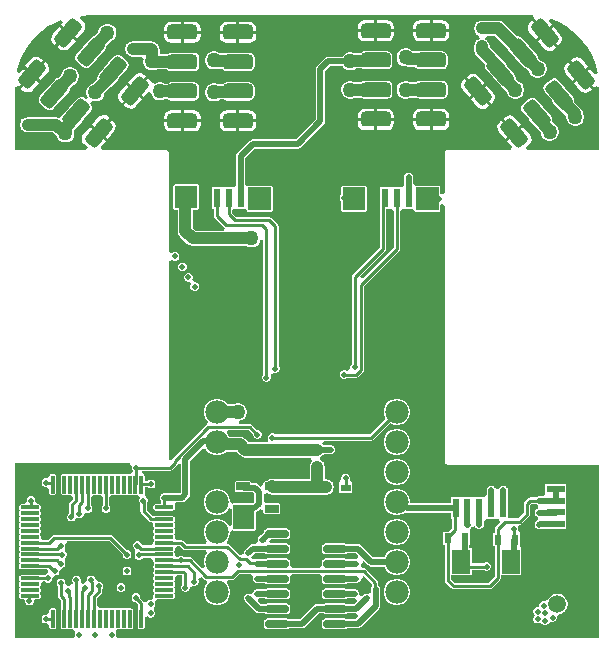
<source format=gtl>
%FSTAX23Y23*%
%MOIN*%
%SFA1B1*%

%IPPOS*%
%AMD22*
4,1,8,-0.032900,-0.011800,0.032900,-0.011800,0.038800,-0.005900,0.038800,0.005900,0.032900,0.011800,-0.032900,0.011800,-0.038800,0.005900,-0.038800,-0.005900,-0.032900,-0.011800,0.0*
1,1,0.011811,-0.032900,-0.005900*
1,1,0.011811,0.032900,-0.005900*
1,1,0.011811,0.032900,0.005900*
1,1,0.011811,-0.032900,0.005900*
%
%AMD25*
4,1,8,0.023000,-0.011600,0.023000,0.011600,0.021400,0.013200,-0.021400,0.013200,-0.023000,0.011600,-0.023000,-0.011600,-0.021400,-0.013200,0.021400,-0.013200,0.023000,-0.011600,0.0*
1,1,0.003165,0.021400,-0.011600*
1,1,0.003165,0.021400,0.011600*
1,1,0.003165,-0.021400,0.011600*
1,1,0.003165,-0.021400,-0.011600*
%
%AMD26*
4,1,8,0.028000,0.005500,-0.028000,0.005500,-0.030700,0.002800,-0.030700,-0.002800,-0.028000,-0.005500,0.028000,-0.005500,0.030700,-0.002800,0.030700,0.002800,0.028000,0.005500,0.0*
1,1,0.005512,0.028000,0.002800*
1,1,0.005512,-0.028000,0.002800*
1,1,0.005512,-0.028000,-0.002800*
1,1,0.005512,0.028000,-0.002800*
%
%AMD27*
4,1,8,0.005500,-0.028000,0.005500,0.028000,0.002800,0.030700,-0.002800,0.030700,-0.005500,0.028000,-0.005500,-0.028000,-0.002800,-0.030700,0.002800,-0.030700,0.005500,-0.028000,0.0*
1,1,0.005512,0.002800,-0.028000*
1,1,0.005512,0.002800,0.028000*
1,1,0.005512,-0.002800,0.028000*
1,1,0.005512,-0.002800,-0.028000*
%
%AMD28*
4,1,8,0.023400,-0.045900,0.042200,-0.029500,0.043500,-0.011900,-0.005700,0.044700,-0.023400,0.045900,-0.042200,0.029500,-0.043500,0.011900,0.005700,-0.044700,0.023400,-0.045900,0.0*
1,1,0.025000,0.015200,-0.036500*
1,1,0.025000,0.034000,-0.020100*
1,1,0.025000,-0.015200,0.036500*
1,1,0.025000,-0.034000,0.020100*
%
%AMD30*
4,1,8,0.050000,-0.012500,0.050000,0.012500,0.037500,0.025000,-0.037500,0.025000,-0.050000,0.012500,-0.050000,-0.012500,-0.037500,-0.025000,0.037500,-0.025000,0.050000,-0.012500,0.0*
1,1,0.025000,0.037500,-0.012500*
1,1,0.025000,0.037500,0.012500*
1,1,0.025000,-0.037500,0.012500*
1,1,0.025000,-0.037500,-0.012500*
%
%AMD31*
4,1,8,0.042200,0.029500,0.023400,0.045900,0.005700,0.044700,-0.043500,-0.011900,-0.042200,-0.029500,-0.023400,-0.045900,-0.005700,-0.044700,0.043500,0.011900,0.042200,0.029500,0.0*
1,1,0.025000,0.034000,0.020100*
1,1,0.025000,0.015200,0.036500*
1,1,0.025000,-0.034000,-0.020100*
1,1,0.025000,-0.015200,-0.036500*
%
%ADD15C,0.020000*%
%ADD16R,0.070866X0.047244*%
%ADD17R,0.061024X0.023622*%
%ADD18R,0.047244X0.070866*%
%ADD19R,0.023622X0.061024*%
%ADD20R,0.023622X0.033465*%
%ADD21R,0.059055X0.078740*%
G04~CAMADD=22~8~0.0~0.0~775.6~236.2~59.1~0.0~15~0.0~0.0~0.0~0.0~0~0.0~0.0~0.0~0.0~0~0.0~0.0~0.0~180.0~776.0~236.0*
%ADD22D22*%
%ADD23R,0.035433X0.025591*%
%ADD24R,0.033465X0.023622*%
G04~CAMADD=25~8~0.0~0.0~263.8~460.6~15.8~0.0~15~0.0~0.0~0.0~0.0~0~0.0~0.0~0.0~0.0~0~0.0~0.0~0.0~270.0~461.0~264.0*
%ADD25D25*%
G04~CAMADD=26~8~0.0~0.0~614.2~110.2~27.6~0.0~15~0.0~0.0~0.0~0.0~0~0.0~0.0~0.0~0.0~0~0.0~0.0~0.0~0.0~614.2~110.2*
%ADD26D26*%
G04~CAMADD=27~8~0.0~0.0~614.2~110.2~27.6~0.0~15~0.0~0.0~0.0~0.0~0~0.0~0.0~0.0~0.0~0~0.0~0.0~0.0~270.0~110.0~614.0*
%ADD27D27*%
G04~CAMADD=28~8~0.0~0.0~500.0~1000.0~125.0~0.0~15~0.0~0.0~0.0~0.0~0~0.0~0.0~0.0~0.0~0~0.0~0.0~0.0~221.0~930.0~978.0*
%ADD28D28*%
%ADD29R,0.025591X0.035433*%
G04~CAMADD=30~8~0.0~0.0~500.0~1000.0~125.0~0.0~15~0.0~0.0~0.0~0.0~0~0.0~0.0~0.0~0.0~0~0.0~0.0~0.0~270.0~1000.0~500.0*
%ADD30D30*%
G04~CAMADD=31~8~0.0~0.0~500.0~1000.0~125.0~0.0~15~0.0~0.0~0.0~0.0~0~0.0~0.0~0.0~0.0~0~0.0~0.0~0.0~319.0~930.0~978.0*
%ADD31D31*%
%ADD51C,0.040000*%
%ADD52C,0.010000*%
%ADD53C,0.059055*%
%ADD54R,0.059055X0.059055*%
%ADD55C,0.077953*%
%ADD56C,0.019685*%
%ADD57C,0.050000*%
%ADD58C,0.118110*%
%LNhsmm-1*%
%LPD*%
G36*
X00735Y00974D02*
X00739Y00973D01*
X00748Y00973*
X00753Y00973*
X00757Y00963*
X00794Y00921*
X00817Y00941*
X00806Y00953*
X00812Y00961*
X00816Y0096*
X0084Y0095*
X00863Y00937*
X00885Y00922*
X00905Y00905*
X00922Y00885*
X00937Y00863*
X0095Y0084*
X0096Y00816*
X00967Y00791*
X00969Y0078*
X0096Y00776*
X00944Y00794*
X00921Y00774*
X00958Y00732*
X00964Y00737*
X00974Y00735*
X00974Y00734*
Y00525*
X00735*
X00731Y00535*
X00741Y00543*
X00746Y0055*
X00749Y00559*
X00747Y00567*
X00743Y00575*
X00722Y006*
X00695Y00577*
X00668Y00553*
X00684Y00535*
X0068Y00525*
X0047*
X00466Y00524*
X00462Y00522*
X0046Y00518*
X00459Y00515*
Y00382*
X00449Y00376*
X00445Y00379*
Y004*
X00443Y00403*
X0044Y00405*
X00365*
X00364Y00405*
X00354Y0041*
Y0043*
X00354Y00431*
X00354Y00432*
Y00432*
X00355Y00435*
X00354Y00437*
Y00437*
X00354Y00438*
X00354Y0044*
X00352Y00442*
X00352Y00443*
X00352Y00443*
X0035Y00445*
X00348Y00447*
X00348Y00447*
X00347Y00447*
X00345Y00449*
X00343Y00449*
X00342Y00449*
X00342*
X0034Y0045*
X00337Y00449*
X00337*
X00336Y00449*
X00334Y00449*
X00332Y00447*
X00331Y00447*
X00331Y00447*
X00329Y00445*
X00328Y00444*
X00324Y00439*
X00323Y00434*
Y00407*
X00316Y004*
X00312*
X00282*
X00277*
X00243*
Y00329*
X00244*
Y00199*
X00152Y00107*
X0015Y00103*
X00149Y001*
Y-00189*
X00147Y-00191*
X00145Y-00197*
Y-00202*
X00138Y-0021*
X00133Y-00212*
X00127Y-0021*
X00122*
X00116Y-00212*
X00112Y-00216*
X0011Y-00222*
Y-00227*
X00112Y-00233*
X00116Y-00237*
X00122Y-00239*
X00127*
X00133Y-00237*
X00135Y-00235*
X00165*
X00168Y-00234*
X00172Y-00232*
X00187Y-00217*
X00189Y-00214*
X0019Y-0021*
Y0007*
X00306Y00187*
X00309Y0019*
X00309Y00194*
Y00322*
X00316Y00329*
X00326*
X00351*
X00358Y00325*
X0036Y00321*
X00361Y00321*
X00365Y00319*
X0044*
X00443Y00321*
X00445Y00325*
Y0034*
X00449Y00343*
X00459Y00337*
Y-00515*
X0046Y-00518*
X00462Y-00522*
X00466Y-00524*
X0047Y-00525*
X00974*
Y-01104*
X-00628*
X-00635Y-01095*
Y-01089*
X-00637Y-01083*
X-00635Y-01077*
X-00632Y-01074*
X-00628*
X-00625Y-01073*
X-00621Y-01072*
X-00617Y-01073*
X-00614Y-01074*
X-00608*
X-00605Y-01073*
X-00601Y-01072*
X-00597Y-01073*
X-00594Y-01074*
X-00588*
X-00585Y-01073*
X-00583Y-01072*
X-00581Y-01069*
X-00581Y-01066*
Y-0101*
X-00581Y-01007*
X-00583Y-01005*
X-00585Y-01003*
X-00588Y-01002*
X-00594*
X-00597Y-01003*
X-00601Y-01004*
X-00605Y-01003*
X-00608Y-01002*
X-00614*
X-00617Y-01003*
X-00621Y-01004*
X-00625Y-01003*
X-00628Y-01002*
X-00633*
X-00636Y-01003*
X-0064Y-01004*
X-00645Y-01003*
X-00648Y-01002*
X-00653*
X-00656Y-01003*
X-0066Y-01004*
X-00664Y-01003*
X-00667Y-01002*
X-00673*
X-00676Y-01003*
X-0068Y-01004*
X-00684Y-01003*
X-00687Y-01002*
X-00692*
X-00699Y-00994*
X-00699Y-00994*
Y-00969*
X-00687Y-00956*
X-00684Y-00953*
X-00684Y-00949*
Y-0094*
X-00681Y-00938*
X-00679Y-00932*
Y-00927*
X-00681Y-00921*
X-00685Y-00917*
X-00691Y-00915*
X-00695*
X-00697Y-00914*
X-00705Y-00907*
Y-00907*
X-00707Y-00901*
X-00711Y-00897*
X-00717Y-00895*
X-00722*
X-00728Y-00897*
X-00732Y-00901*
X-00734Y-00907*
Y-0091*
X-00735Y-00913*
X-00742Y-0092*
X-00742*
X-00747Y-00922*
X-0075Y-0092*
X-00755Y-00915*
X-00754Y-00912*
Y-00907*
X-00756Y-00901*
X-0076Y-00897*
X-00766Y-00895*
X-00772*
X-00777Y-00897*
X-00781Y-00901*
X-00784Y-00907*
Y-00912*
X-00781Y-00918*
X-00783Y-00924*
X-00792Y-0093*
X-00797*
X-00805Y-00922*
Y-00917*
X-00807Y-00911*
X-00811Y-00907*
X-00817Y-00905*
X-00822*
X-00828Y-00907*
X-00832Y-00911*
X-00834Y-00917*
Y-00922*
X-00832Y-00928*
X-0083Y-0093*
Y-00962*
X-00829Y-00966*
X-00827Y-00969*
X-00818Y-00978*
Y-01008*
X-00818Y-0101*
Y-01066*
X-00818Y-01069*
X-00816Y-01072*
X-00814Y-01073*
X-00811Y-01074*
X-00805*
X-00802Y-01073*
X-00798Y-01072*
X-00794Y-01073*
X-00791Y-01074*
X-00785*
X-00782Y-01073*
X-00779Y-01072*
X-00773Y-0108*
X-00772Y-01083*
X-00774Y-01089*
Y-01095*
X-00781Y-01104*
X-00974*
Y-0052*
X-00589*
X-00588Y-00521*
X-00584Y-0053*
X-00584Y-00532*
Y-00537*
X-00582Y-00543*
X-00581Y-00544*
Y-00547*
X-00582Y-00548*
X-00588Y-00555*
X-00594*
X-00597Y-00556*
X-00601Y-00557*
X-00605Y-00556*
X-00608Y-00555*
X-00614*
X-00617Y-00556*
X-00621Y-00557*
X-00625Y-00556*
X-00628Y-00555*
X-00633*
X-00636Y-00556*
X-0064Y-00557*
X-00645Y-00556*
X-00648Y-00555*
X-00653*
X-00656Y-00556*
X-0066Y-00557*
X-00664Y-00556*
X-00667Y-00555*
X-00673*
X-00676Y-00556*
X-0068Y-00557*
X-00684Y-00556*
X-00687Y-00555*
X-00692*
X-00695Y-00556*
X-007Y-00557*
X-00704Y-00556*
X-00707Y-00555*
X-00712*
X-00715Y-00556*
X-00719Y-00557*
X-00723Y-00556*
X-00726Y-00555*
X-00732*
X-00735Y-00556*
X-00739Y-00557*
X-00743Y-00556*
X-00746Y-00555*
X-00751*
X-00754Y-00556*
X-00759Y-00557*
X-00763Y-00556*
X-00766Y-00555*
X-00771*
X-00774Y-00556*
X-00778Y-00557*
X-00782Y-00556*
X-00785Y-00555*
X-00791*
X-00794Y-00556*
X-00798Y-00557*
X-00802Y-00556*
X-00805Y-00555*
X-00811*
X-00814Y-00556*
X-00816Y-00557*
X-00818Y-0056*
X-00818Y-00563*
Y-00619*
X-00818Y-00622*
X-00816Y-00624*
X-00814Y-00626*
X-00811Y-00627*
X-00805*
X-00802Y-00626*
X-00798Y-00625*
X-00794Y-00626*
X-00791Y-00627*
X-00785*
X-00779Y-00635*
Y-0064*
X-0079Y-0065*
X-00792Y-00654*
X-00793Y-00658*
Y-00687*
X-00793Y-00687*
X-00797Y-00691*
X-00799Y-00697*
Y-00702*
X-00797Y-00708*
X-00793Y-00712*
X-00787Y-00714*
X-00782*
X-00776Y-00712*
X-00772Y-00708*
X-00768Y-00703*
X-00762Y-00704*
X-00756*
X-00751Y-00702*
X-00746Y-00697*
X-00744Y-00692*
Y-0069*
X-00743Y-00689*
X-00735Y-00684*
X-00732Y-00685*
X-00727*
X-00721Y-00683*
X-00717Y-00679*
X-00715Y-00673*
Y-00667*
X-00717Y-00662*
X-00719Y-0066*
Y-00635*
X-00719Y-00634*
X-00712Y-00627*
X-00707*
X-00704Y-00626*
X-007Y-00625*
X-00695Y-00626*
X-00692Y-00627*
X-00687*
X-0068Y-00634*
X-0068Y-00635*
Y-0066*
X-00682Y-00662*
X-00684Y-00667*
Y-00673*
X-00682Y-00679*
X-00678Y-00683*
X-00672Y-00685*
X-00667*
X-00661Y-00683*
X-00657Y-00679*
X-00655Y-00673*
Y-00667*
X-00657Y-00662*
X-0066Y-00659*
Y-00635*
X-00653Y-00627*
X-00648*
X-00645Y-00626*
X-0064Y-00625*
X-00636Y-00626*
X-00633Y-00627*
X-00628*
X-00625Y-00626*
X-00621Y-00625*
X-00617Y-00626*
X-00614Y-00627*
X-00608*
X-00605Y-00626*
X-00601Y-00625*
X-00597Y-00626*
X-00594Y-00627*
X-00588*
X-00585Y-00626*
X-00581Y-00625*
X-00577Y-00626*
X-00574Y-00627*
X-00569*
X-00566Y-00626*
X-00557Y-00633*
X-00557Y-00634*
X-00557Y-00636*
X-00559Y-00642*
Y-00647*
X-00557Y-00653*
X-00555Y-00655*
Y-0068*
X-00554Y-00683*
X-00552Y-00687*
X-00525Y-00713*
X-00522Y-00716*
X-0052Y-00716*
X-00517Y-00717*
X-00512Y-00723*
Y-00729*
X-00511Y-00732*
X-0051Y-00736*
X-00511Y-0074*
X-00512Y-00743*
Y-00748*
X-00511Y-00751*
X-0051Y-00755*
X-00511Y-0076*
X-00512Y-00763*
Y-00768*
X-00511Y-00771*
X-0051Y-00775*
X-00511Y-00779*
X-00512Y-00782*
Y-00788*
X-0052Y-00794*
X-0052Y-00794*
X-00548*
X-0055Y-00792*
Y-00792*
X-00552Y-00786*
X-00556Y-00782*
X-00562Y-0078*
X-00567*
X-00573Y-00782*
X-00577Y-00786*
X-00579Y-00792*
Y-00797*
X-00577Y-00803*
X-00574Y-00806*
X-00573Y-00807*
X-00572Y-00818*
X-00574Y-00823*
Y-00829*
X-00572Y-00835*
X-00568Y-00839*
X-00563Y-00841*
X-00557*
X-00551Y-00839*
X-00547Y-00835*
X-00547Y-00835*
X-0052*
X-0052Y-00835*
X-00512Y-00841*
Y-00847*
X-00511Y-0085*
X-0051Y-00854*
X-00511Y-00858*
X-00512Y-00861*
Y-00866*
X-00511Y-00869*
X-0051Y-00874*
X-00511Y-00878*
X-00512Y-00881*
Y-00886*
X-00511Y-00889*
X-0051Y-00893*
X-00511Y-00897*
X-00512Y-009*
Y-00906*
X-00511Y-00909*
X-0051Y-00913*
X-00511Y-00917*
X-00512Y-0092*
Y-00926*
X-00511Y-00929*
X-0051Y-00933*
X-00511Y-00937*
X-00512Y-0094*
Y-00945*
X-00511Y-00948*
X-0051Y-00952*
X-00511Y-00956*
X-00512Y-00959*
Y-00965*
X-00512Y-00966*
X-00514Y-0097*
X-00515Y-00972*
X-00519Y-00975*
X-00522*
X-00528Y-00977*
X-00532Y-00981*
X-00532Y-00982*
X-00538Y-00983*
X-00543Y-00982*
X-00545Y-0098*
X-00555Y-0097*
Y-00966*
X-00557Y-0096*
X-00561Y-00956*
X-00567Y-00954*
X-00572*
X-00578Y-00956*
X-00582Y-0096*
X-00584Y-00966*
Y-00972*
X-00582Y-00977*
X-00578Y-00981*
X-00572Y-00984*
X-0057*
X-00562Y-00991*
Y-01008*
X-00563Y-0101*
Y-01066*
X-00562Y-01069*
X-0056Y-01072*
X-00558Y-01073*
X-00555Y-01074*
X-00549*
X-00546Y-01073*
X-00544Y-01072*
X-00542Y-01069*
X-00541Y-01066*
Y-01033*
X-0054Y-01033*
X-00531Y-0103*
X-00529Y-01032*
X-00524Y-01035*
X-00518*
X-00512Y-01032*
X-00508Y-01028*
X-00506Y-01023*
Y-01017*
X-00508Y-01012*
X-00508Y-01011*
X-0051Y-01004*
X-00508Y-00999*
X-00507Y-00998*
X-00505Y-00992*
Y-00987*
X-00506Y-00983*
X-00506Y-00979*
X-00505Y-00979*
X-00501Y-00973*
X-00448*
X-00445Y-00972*
X-00442Y-0097*
X-00441Y-00968*
X-0044Y-00965*
Y-00959*
X-00441Y-00956*
X-00442Y-00952*
X-00441Y-00948*
X-0044Y-00945*
Y-0094*
X-00441Y-00937*
X-00442Y-00933*
X-00441Y-00929*
X-0044Y-00926*
Y-0092*
X-00441Y-00917*
X-00442Y-00913*
X-00441Y-00909*
X-0044Y-00906*
Y-009*
X-00432Y-00894*
X-00432Y-00894*
X-00415*
Y-00924*
X-00417Y-00926*
X-00419Y-00932*
Y-00937*
X-00417Y-00943*
X-00413Y-00947*
X-00407Y-00949*
X-00402*
X-00396Y-00947*
X-00392Y-00943*
X-0039Y-00937*
Y-00934*
X-00387Y-00932*
X-00383Y-00929*
X-0038Y-00928*
X-00377Y-00929*
X-00372*
X-00366Y-00927*
X-00362Y-00923*
X-0036Y-00917*
Y-00912*
X-00362Y-00906*
X-00361Y-00902*
X-00349Y-00899*
X-00342Y-00907*
X-00338Y-00909*
X-00336Y-00909*
X-00334Y-00913*
X-00332Y-0092*
X-00335Y-00922*
X-0034Y-00933*
X-00343Y-00944*
Y-00955*
X-0034Y-00966*
X-00335Y-00977*
X-00327Y-00985*
X-00316Y-0099*
X-00305Y-00993*
X-00294*
X-00283Y-0099*
X-00272Y-00985*
X-00264Y-00977*
X-00259Y-00966*
X-00256Y-00955*
Y-00944*
X-00259Y-00933*
X-00264Y-00922*
X-00267Y-0092*
X-00263Y-0091*
X-0025*
X-00246Y-00909*
X-00242Y-00907*
X-00225Y-0089*
X-00185*
X-00183Y-00891*
X-00183Y-00891*
X-00179Y-00897*
X-00179Y-009*
X-00179Y-00901*
X-00179Y-00902*
Y-00902*
X-0018Y-00905*
X-00179Y-00907*
Y-00907*
X-00179Y-00908*
X-00179Y-0091*
X-00177Y-00912*
X-00177Y-00913*
X-00177Y-00913*
X-00175Y-00915*
X-00173Y-00917*
X-00173Y-00917*
X-00172Y-00917*
X-0017Y-00919*
X-00168Y-00919*
X-00167Y-00919*
X-00167*
X-00165Y-0092*
X-00138*
X-00137Y-00921*
X-00132Y-00922*
X-00067*
X-00062Y-00921*
X-00059Y-00918*
X-00056Y-00915*
X-00056Y-0091*
Y-00899*
X-00049Y-0089*
X-00048Y-0089*
X00043*
X00044Y-0089*
X0005Y-00899*
Y-0091*
X00051Y-00915*
X00054Y-00918*
X00057Y-00921*
X00062Y-00922*
X00127*
X00132Y-00921*
X00133Y-0092*
X00165*
X00167Y-00919*
X00167*
X00168Y-00919*
X0017Y-00919*
X00172Y-00917*
X00173Y-00917*
X00173Y-00917*
X00175Y-00915*
X00177Y-00913*
X00177Y-00913*
X00177Y-00912*
X00179Y-0091*
X00179Y-00908*
X00179Y-00907*
Y-00907*
X0018Y-00905*
X00186Y-00898*
X00187Y-00897*
X00188Y-00896*
X00191Y-00896*
X00217Y-00921*
X00217Y-00931*
X00217Y-00932*
X00215Y-00934*
X00215Y-00936*
X00215Y-00937*
Y-00937*
X00214Y-0094*
Y-00949*
X00213Y-00951*
X00213Y-00951*
X00207Y-00954*
X00204Y-00955*
X00203Y-00955*
X00202Y-00955*
X00202*
X002Y-00954*
X00197Y-00955*
X00197*
X00196Y-00955*
X00194Y-00955*
X00192Y-00957*
X00191Y-00957*
X00191Y-00957*
X00189Y-00959*
X00185Y-00962*
X00183Y-00962*
X00182Y-00961*
X00175Y-00955*
X00174Y-00952*
Y-00952*
X00174Y-00951*
X00174Y-00949*
X00172Y-00947*
X00172Y-00946*
X00172Y-00946*
X0017Y-00944*
X00168Y-00942*
X00168Y-00942*
X00167Y-00942*
X00165Y-0094*
X00163Y-0094*
X00162Y-0094*
X00162*
X0016Y-00939*
X00133*
X00132Y-00938*
X00127Y-00937*
X00062*
X00057Y-00938*
X00054Y-00941*
X00051Y-00944*
X0005Y-00949*
Y-0096*
X00051Y-00965*
X00054Y-00968*
X00057Y-00971*
X00062Y-00972*
X00127*
X00132Y-00971*
X00133Y-0097*
X0016*
X00166Y-00977*
X00167Y-00978*
X00167Y-0098*
X00158Y-00989*
X00133*
X00132Y-00988*
X00127Y-00987*
X00062*
X00057Y-00988*
X00056Y-00989*
X00035*
X00029Y-0099*
X00024Y-00994*
X-00021Y-01039*
X-00061*
X-00062Y-01038*
X-00067Y-01037*
X-00132*
X-00137Y-01038*
X-0014Y-01041*
X-00143Y-01044*
X-00143Y-01049*
Y-0106*
X-00143Y-01065*
X-0014Y-01068*
X-00137Y-01071*
X-00132Y-01072*
X-00067*
X-00062Y-01071*
X-00061Y-0107*
X-00015*
X-00009Y-01069*
X-00004Y-01065*
X00041Y-0102*
X00056*
X00057Y-01021*
X00062Y-01022*
X00127*
X00132Y-01021*
X00133Y-0102*
X00165*
X00172Y-01028*
X00172Y-0103*
X00163Y-01039*
X00133*
X00132Y-01038*
X00127Y-01037*
X00062*
X00057Y-01038*
X00054Y-01041*
X00051Y-01044*
X0005Y-01049*
Y-0106*
X00051Y-01065*
X00054Y-01068*
X00057Y-01071*
X00062Y-01072*
X00127*
X00132Y-01071*
X00133Y-0107*
X0017*
X00175Y-01069*
X0018Y-01065*
X0024Y-01005*
X00244Y-01*
X00245Y-00995*
Y-0094*
X00244Y-00937*
Y-00937*
X00244Y-00936*
X00244Y-00934*
X00242Y-00932*
X00242Y-00931*
X00242Y-00931*
X0024Y-00929*
X00238Y-00927*
X00238Y-00927*
X00238Y-00927*
Y-00918*
X00237Y-00914*
X00235Y-0091*
X00197Y-00872*
X00193Y-0087*
X0019Y-00869*
X00185*
X00183Y-00868*
X00183Y-00868*
X00179Y-00862*
X00179Y-00859*
X00179Y-00858*
X00179Y-00857*
Y-00857*
X0018Y-00855*
X00187Y-00848*
X00188Y-00847*
X0019Y-00847*
X00204Y-0086*
X00209Y-00864*
X00215Y-00865*
X00258*
X00259Y-00866*
X00264Y-00877*
X00272Y-00885*
X00283Y-0089*
X00294Y-00893*
X00305*
X00316Y-0089*
X00327Y-00885*
X00335Y-00877*
X0034Y-00866*
X00343Y-00855*
Y-00844*
X0034Y-00833*
X00335Y-00822*
X00327Y-00814*
X00316Y-00809*
X00305Y-00806*
X00294*
X00283Y-00809*
X00272Y-00814*
X00264Y-00822*
X00259Y-00833*
X00258Y-00834*
X00221*
X0018Y-00794*
X00175Y-0079*
X0017Y-00789*
X00133*
X00132Y-00788*
X00127Y-00787*
X00062*
X00057Y-00788*
X00054Y-00791*
X00051Y-00794*
X0005Y-00799*
Y-0081*
X00051Y-00815*
X00054Y-00818*
X00057Y-00821*
X00062Y-00822*
X00127*
X00132Y-00821*
X00133Y-0082*
X00163*
X00172Y-00829*
X00172Y-00831*
X00171Y-00832*
X00165Y-00839*
X00133*
X00132Y-00838*
X00127Y-00837*
X00062*
X00057Y-00838*
X00054Y-00841*
X00051Y-00844*
X0005Y-00849*
Y-0086*
X00044Y-00869*
X00043Y-00869*
X-00048*
X-00049Y-00869*
X-00056Y-0086*
Y-00849*
X-00056Y-00844*
X-00059Y-00841*
X-00062Y-00838*
X-00067Y-00837*
X-00132*
X-00137Y-00838*
X-00138Y-00839*
X-00165*
X-00167Y-0084*
X-00167*
X-00168Y-0084*
X-0017Y-0084*
X-0018Y-00839*
X-00182Y-00838*
X-00185Y-00833*
X-00184Y-0083*
X-00184Y-0083*
X-00173Y-0082*
X-00138*
X-00137Y-00821*
X-00132Y-00822*
X-00067*
X-00062Y-00821*
X-00059Y-00818*
X-00056Y-00815*
X-00056Y-0081*
Y-00799*
X-00056Y-00794*
X-00059Y-00791*
X-00062Y-00788*
X-00067Y-00787*
X-00122*
X-00126Y-00779*
X-00121Y-00772*
X-00101*
X-00101Y-00772*
X-00067*
X-00062Y-00771*
X-00059Y-00768*
X-00056Y-00765*
X-00056Y-0076*
Y-00749*
X-00056Y-00744*
X-00059Y-00741*
X-00062Y-00738*
X-00067Y-00737*
X-00132*
X-00137Y-00738*
X-0014Y-00741*
X-00143Y-00744*
X-00143Y-00749*
Y-0075*
X-00154Y-0076*
X-00155Y-0076*
X-00157Y-00762*
X-00158Y-00762*
X-00158Y-00762*
X-0016Y-00764*
X-00162Y-00766*
X-00162Y-00766*
X-00162Y-00767*
X-00164Y-00769*
X-00164Y-00771*
X-00164Y-00772*
Y-00772*
X-00165Y-00775*
X-00164Y-00777*
Y-00777*
X-00164Y-00778*
X-00164Y-00779*
X-00165Y-00782*
X-00168Y-00788*
X-00168Y-00788*
X-0017Y-00789*
X-0018*
X-00185Y-0079*
X-0019Y-00794*
X-00205Y-00809*
X-00207Y-00811*
X-00207Y-00811*
X-00207Y-00812*
X-00209Y-00814*
X-00209Y-00816*
X-00209Y-00817*
Y-00817*
X-0021Y-0082*
X-00212Y-00824*
X-00223Y-00826*
X-00257Y-00792*
X-00261Y-0079*
X-00263Y-0079*
X-00265Y-00786*
X-00267Y-00779*
X-00264Y-00777*
X-00259Y-00766*
X-00256Y-00755*
Y-00749*
X-00246Y-00744*
X-00245Y-00745*
X-00175*
X-00171Y-00743*
X-00169Y-0074*
Y-00684*
X-00169Y-00684*
X-00164Y-0068*
X-00155Y-00671*
X-00145Y-00675*
Y-00683*
X-00144Y-00686*
X-00143Y-00688*
X-0014Y-00689*
X-00138Y-0069*
X-00095*
X-00092Y-00689*
X-0009Y-00688*
X-00089Y-00686*
X-00088Y-00683*
Y-0066*
X-00089Y-00657*
X-0009Y-00655*
X-00092Y-00654*
X-00095Y-00653*
X-00134*
X-00138*
X-00144Y-00645*
X-00144Y-00645*
Y-00624*
X-00144Y-00624*
X-00142Y-00621*
X-00132Y-00618*
X-00124Y-00623*
X-00114Y-00625*
X00065*
X00074Y-00623*
X00083Y-00618*
X00083Y-00617*
X00087*
Y-00611*
X00088Y-00609*
X0009Y-006*
X00088Y-0059*
X00087Y-00589*
Y-00582*
X00083*
X00083Y-00581*
X00074Y-00576*
X00065Y-00574*
X0006*
Y-00533*
X00058Y-00523*
X00056Y-00521*
Y-00516*
X00053*
X00053Y-00515*
X00044Y-0051*
X00044Y-00508*
Y-00501*
X00044Y-00499*
X00053Y-00494*
X00053Y-00493*
X00056*
Y-0049*
X0008*
X00082Y-00489*
X00082*
X00083Y-00489*
X00085Y-00489*
X00087Y-00487*
X00088Y-00487*
X00088Y-00487*
X0009Y-00485*
X00092Y-00483*
X00092Y-00483*
X00092Y-00482*
X00094Y-0048*
X00094Y-00478*
X00094Y-00477*
Y-00477*
X00095Y-00475*
X00094Y-00472*
Y-00472*
X00094Y-00471*
X00094Y-00469*
X00092Y-00467*
X00092Y-00466*
X00092Y-00466*
X0009Y-00464*
X00088Y-00462*
X00088Y-00462*
X00087Y-00462*
X00085Y-0046*
X00083Y-0046*
X00082Y-0046*
X00082*
X0008Y-00459*
X00056*
Y-00459*
X00056*
X00052Y-00455*
X00057Y-00445*
X00215*
X00218Y-00444*
X00222Y-00442*
X00276Y-00387*
X00283Y-0039*
X00294Y-00393*
X00305*
X00316Y-0039*
X00327Y-00385*
X00335Y-00377*
X0034Y-00366*
X00343Y-00355*
Y-00344*
X0034Y-00333*
X00335Y-00322*
X00327Y-00314*
X00316Y-00309*
X00305Y-00306*
X00294*
X00283Y-00309*
X00272Y-00314*
X00264Y-00322*
X00259Y-00333*
X00256Y-00344*
Y-00355*
X00259Y-00366*
X00262Y-00373*
X0021Y-00424*
X-00104*
X-00106Y-00422*
X-00112Y-0042*
X-00117*
X-00123Y-00422*
X-00127Y-00426*
X-00129Y-00432*
Y-00437*
X-00128Y-0044*
X-00131Y-00448*
X-00134Y-0045*
X-00194*
X-00206Y-00439*
X-00214Y-00433*
X-00224Y-00431*
X-00259*
X-00264Y-00422*
X-00267Y-0042*
X-00263Y-0041*
X-00194*
X-00179Y-00424*
Y-00427*
X-00177Y-00433*
X-00173Y-00437*
X-00167Y-00439*
X-00162*
X-00156Y-00437*
X-00152Y-00433*
X-0015Y-00427*
Y-00422*
X-00152Y-00416*
X-00156Y-00412*
X-00162Y-0041*
X-00165*
X-00182Y-00392*
X-00186Y-0039*
X-0019Y-00389*
X-00225*
X-00226Y-0038*
X-00218Y-00377*
X-00211Y-00374*
X-00205Y-00368*
X-00202Y-00361*
X-002Y-00353*
Y-00346*
X-00202Y-00338*
X-00205Y-00331*
X-00211Y-00325*
X-00218Y-00322*
X-00226Y-0032*
X-00233*
X-00241Y-00322*
X-00245Y-00324*
X-00263*
X-00264Y-00322*
X-00272Y-00314*
X-00283Y-00309*
X-00294Y-00306*
X-00305*
X-00316Y-00309*
X-00327Y-00314*
X-00335Y-00322*
X-0034Y-00333*
X-00343Y-00344*
Y-00355*
X-0034Y-00366*
X-00335Y-00377*
X-00331Y-0038*
X-00331Y-00383*
X-00334Y-00392*
X-00335Y-00392*
X-00447Y-00504*
X-00449Y-00507*
X-00449Y-00509*
X-00459Y-00508*
Y00154*
X-00449Y00158*
X-00448Y00157*
X-00442Y00155*
X-00437*
X-00431Y00157*
X-00427Y00161*
X-00425Y00167*
Y00172*
X-00427Y00178*
X-00431Y00182*
X-00437Y00184*
X-00442*
X-00448Y00182*
X-00449Y00181*
X-00459Y00185*
Y00515*
X-0046Y00518*
X-00462Y00522*
X-00466Y00524*
X-0047Y00525*
X-00683*
X-00687Y00535*
X-0067Y00555*
X-00697Y00578*
X-00723Y00601*
X-00745Y00577*
X-00749Y00569*
X-0075Y0056*
X-00748Y00552*
X-00742Y00544*
X-00731Y00535*
X-00735Y00525*
X-00974*
Y00585*
Y00732*
X-00974Y00733*
X-00972Y00734*
X-00963Y00736*
X-0096Y00733*
X-00923Y00775*
X-00946Y00795*
X-00958Y00782*
X-00967Y00786*
X-00967Y0079*
X-00959Y00815*
X-00949Y00839*
X-00936Y00862*
X-00921Y00884*
X-00904Y00904*
X-00884Y00921*
X-00862Y00936*
X-00839Y00949*
X-00818Y00958*
X-00812Y0095*
X-00818Y00942*
X-00792Y00919*
X-00765Y00896*
X-00744Y0092*
X-00739Y00928*
X-00738Y00937*
X-0074Y00946*
X-00746Y00953*
X-00756Y00961*
X-00752Y00972*
X-00747Y00972*
X-00738Y00972*
X-00734Y00973*
X-00732Y00974*
X00734*
X00735Y00974*
G37*
G36*
X0044Y00325D02*
X00365D01*
Y004*
X0044*
Y00325*
G37*
G36*
X00277Y00329D02*
X00279D01*
X00289Y00322*
Y00198*
X00187Y00097*
X00176Y001*
X00176Y00102*
X00262Y00187*
X00264Y00191*
X00265Y00195*
Y00329*
X00277*
G37*
G36*
X-00337Y-00473D02*
X-00335Y-00477D01*
X-00327Y-00485*
X-00316Y-0049*
X-00305Y-00493*
X-00294*
X-00283Y-0049*
X-00272Y-00485*
X-0027Y-00482*
X-00234*
X-00227Y-00489*
Y-00494*
X-00223*
X-00223Y-00494*
X-00214Y-005*
X-00205Y-00501*
X00014*
X00018Y-00511*
X00014Y-00516*
X00013*
Y-00521*
X00011Y-00523*
X00009Y-00533*
Y-00574*
X-00107*
X-00107Y-00574*
X-00116Y-00572*
X-00126Y-00574*
X-00134Y-00579*
X-00138*
X-0014Y-0058*
X-00143Y-00581*
X-00144Y-00583*
X-00145Y-00586*
Y-00594*
X-00155Y-00598*
X-00163Y-0059*
X-00167Y-00587*
X-00173Y-00585*
X-00184*
X-00185Y-00583*
X-00186Y-00581*
X-00189Y-0058*
X-00191Y-00579*
X-00234*
X-00237Y-0058*
X-00239Y-00581*
X-0024Y-00583*
X-00241Y-00586*
Y-00609*
X-0024Y-00612*
X-00239Y-00614*
X-00237Y-00615*
X-00234Y-00616*
X-0021*
X-00209Y-00616*
X-0018*
X-00175Y-00621*
Y-00648*
X-00181Y-00654*
X-00188*
X-00189Y-00654*
X-00191Y-00653*
X-00234*
X-00237Y-00654*
X-00237Y-00654*
X-00245*
X-00246Y-00655*
X-00256Y-0065*
Y-00644*
X-00259Y-00633*
X-00264Y-00622*
X-00272Y-00614*
X-00283Y-00609*
X-00294Y-00606*
X-00305*
X-00316Y-00609*
X-00327Y-00614*
X-00335Y-00622*
X-0034Y-00633*
X-00343Y-00644*
Y-00655*
X-0034Y-00666*
X-00335Y-00677*
X-00327Y-00685*
X-00316Y-0069*
X-00305Y-00693*
X-00294*
X-00283Y-0069*
X-00272Y-00685*
X-00264Y-00677*
X-0026Y-00669*
X-0025Y-00672*
Y-00727*
X-0026Y-0073*
X-00264Y-00722*
X-00272Y-00714*
X-00283Y-00709*
X-00294Y-00706*
X-00305*
X-00316Y-00709*
X-00327Y-00714*
X-00335Y-00722*
X-0034Y-00733*
X-00343Y-00744*
Y-00755*
X-0034Y-00766*
X-00335Y-00777*
X-00332Y-00779*
X-00336Y-00789*
X-004*
X-00412Y-00778*
X-00415Y-00776*
X-00419Y-00775*
X-00432*
X-00432Y-00775*
X-0044Y-00768*
Y-00763*
X-00441Y-0076*
X-00442Y-00755*
X-00441Y-00751*
X-0044Y-00748*
Y-00743*
X-00441Y-0074*
X-00442Y-00736*
X-00441Y-00732*
X-0044Y-00729*
Y-00723*
X-00441Y-0072*
X-00442Y-00716*
X-00441Y-00712*
X-0044Y-00709*
Y-00703*
X-00441Y-007*
X-00442Y-00698*
X-00445Y-00696*
X-00448Y-00696*
X-00504*
X-00506Y-00696*
X-00514*
X-00534Y-00675*
Y-00655*
X-00532Y-00653*
X-0053Y-00647*
Y-00642*
X-00532Y-00636*
X-00536Y-00632*
X-00537Y-00631*
X-00537Y-00631*
X-00541Y-00623*
X-00541Y-0062*
X-00541Y-00619*
Y-006*
X-0053*
X-00528Y-00602*
X-00522Y-00604*
X-00517*
X-00511Y-00602*
X-00507Y-00598*
X-00505Y-00592*
Y-00587*
X-00507Y-00581*
X-00511Y-00577*
X-00517Y-00575*
X-00522*
X-00528Y-00577*
X-0053Y-00579*
X-00541*
Y-00563*
X-00542Y-0056*
X-00544Y-00557*
X-00546Y-00556*
X-0055Y-00547*
X-0055Y-00545*
X-0055Y-00545*
X-00455*
X-00451Y-00544*
X-00447Y-00542*
X-00432Y-00527*
X-0043Y-00523*
X-0043Y-00522*
X-0042Y-00523*
Y-00616*
X-00423Y-00619*
X-00475*
X-00477Y-0062*
X-00477*
X-00478Y-0062*
X-0048Y-0062*
X-00482Y-00622*
X-00483Y-00622*
X-00483Y-00622*
X-00485Y-00624*
X-00487Y-00626*
X-00487Y-00626*
X-00487Y-00627*
X-00489Y-00629*
X-00489Y-00631*
X-00489Y-00632*
Y-00632*
X-0049Y-00635*
X-00489Y-00637*
Y-00637*
X-00489Y-00638*
X-00489Y-0064*
X-00487Y-00642*
X-00487Y-00643*
X-00487Y-00643*
X-00485Y-00645*
X-00485Y-00646*
Y-00656*
X-00504*
X-00507Y-00657*
X-00509Y-00659*
X-00511Y-00661*
X-00512Y-00664*
Y-0067*
X-00511Y-00673*
X-00509Y-00675*
X-00507Y-00677*
X-00504Y-00678*
X-00448*
X-00445Y-00677*
X-00442Y-00675*
X-00441Y-00673*
X-0044Y-0067*
Y-00664*
X-00441Y-00661*
X-00441Y-0066*
X-0044Y-00654*
X-00437Y-0065*
X-00416*
X-0041Y-00649*
X-00405Y-00645*
X-00394Y-00634*
X-0039Y-00629*
X-00389Y-00623*
Y-00511*
X-00349Y-00471*
X-00337Y-00473*
G37*
G36*
X-00175Y-0074D02*
X-00245D01*
Y-0066*
X-00175*
Y-0074*
G37*
G36*
X-00412Y-00807D02*
X-00408Y-00809D01*
X-00405Y-0081*
X-00336*
X-00332Y-0082*
X-00335Y-00822*
X-0034Y-00833*
X-00343Y-00844*
Y-00855*
X-00341Y-00864*
X-00347Y-00869*
X-00349Y-0087*
X-00383Y-00837*
X-00386Y-00834*
X-0039Y-00834*
X-00409*
X-00411Y-00831*
X-00417Y-00829*
X-00422*
X-00428Y-00831*
X-0043Y-00834*
X-00432*
X-00432Y-00834*
X-0044Y-00827*
Y-00822*
X-00441Y-00819*
X-00442Y-00815*
X-00441Y-0081*
X-0044Y-00807*
Y-00802*
X-00432Y-00795*
X-00432Y-00795*
X-00423*
X-00412Y-00807*
G37*
%LNhsmm-2*%
%LPC*%
G36*
X00267Y00957D02*
X00235D01*
Y00926*
X0029*
Y00934*
X00288Y00943*
X00283Y0095*
X00276Y00955*
X00267Y00957*
G37*
G36*
X00225D02*
X00192D01*
X00183Y00955*
X00176Y0095*
X00171Y00943*
X00169Y00934*
Y00926*
X00225*
Y00957*
G37*
G36*
X00452D02*
X0042D01*
Y00926*
X00475*
Y00934*
X00473Y00943*
X00468Y0095*
X00461Y00955*
X00452Y00957*
G37*
G36*
X0041D02*
X00377D01*
X00368Y00955*
X00361Y0095*
X00356Y00943*
X00354Y00934*
Y00926*
X0041*
Y00957*
G37*
G36*
X-00377Y00952D02*
X-0041D01*
Y00921*
X-00354*
Y00929*
X-00356Y00938*
X-00361Y00945*
X-00368Y0095*
X-00377Y00952*
G37*
G36*
X-0042D02*
X-00452D01*
X-00461Y0095*
X-00468Y00945*
X-00473Y00938*
X-00475Y00929*
Y00921*
X-0042*
Y00952*
G37*
G36*
X-00192D02*
X-00225D01*
Y00921*
X-00169*
Y00929*
X-00171Y00938*
X-00176Y00945*
X-00183Y0095*
X-00192Y00952*
G37*
G36*
X-00235D02*
X-00267D01*
X-00276Y0095*
X-00283Y00945*
X-00288Y00938*
X-0029Y00929*
Y00921*
X-00235*
Y00952*
G37*
G36*
X0075Y00956D02*
X00744Y00951D01*
X00739Y00944*
X00736Y00935*
X00737Y00926*
X00742Y00919*
X00763Y00894*
X00786Y00914*
X0075Y00956*
G37*
G36*
X0029Y00916D02*
X00235D01*
Y00886*
X00267*
X00276Y00888*
X00283Y00893*
X00288Y009*
X0029Y00909*
Y00916*
G37*
G36*
X00225D02*
X00169D01*
Y00909*
X00171Y009*
X00176Y00893*
X00183Y00888*
X00192Y00886*
X00225*
Y00916*
G37*
G36*
X00475D02*
X0042D01*
Y00886*
X00452*
X00461Y00888*
X00468Y00893*
X00473Y009*
X00475Y00909*
Y00916*
G37*
G36*
X0041D02*
X00354D01*
Y00909*
X00356Y009*
X00361Y00893*
X00368Y00888*
X00377Y00886*
X0041*
Y00916*
G37*
G36*
X-00354Y00911D02*
X-0041D01*
Y00881*
X-00377*
X-00368Y00883*
X-00361Y00888*
X-00356Y00895*
X-00354Y00904*
Y00911*
G37*
G36*
X-0042D02*
X-00475D01*
Y00904*
X-00473Y00895*
X-00468Y00888*
X-00461Y00883*
X-00452Y00881*
X-0042*
Y00911*
G37*
G36*
X-00169D02*
X-00225D01*
Y00881*
X-00192*
X-00183Y00883*
X-00176Y00888*
X-00171Y00895*
X-00169Y00904*
Y00911*
G37*
G36*
X-00235D02*
X-0029D01*
Y00904*
X-00288Y00895*
X-00283Y00888*
X-00276Y00883*
X-00267Y00881*
X-00235*
Y00911*
G37*
G36*
X-00825Y00935D02*
X-00846Y0091D01*
X-00851Y00902*
X-00852Y00894*
X-00849Y00885*
X-00844Y00878*
X-00838Y00873*
X-00802Y00915*
X-00825Y00935*
G37*
G36*
X00823Y00933D02*
X008Y00913D01*
X00836Y00871*
X00842Y00876*
X00848Y00883*
X0085Y00892*
X00849Y00901*
X00844Y00909*
X00823Y00933*
G37*
G36*
X-00794Y00908D02*
X-00831Y00866D01*
X-00825Y00861*
X-00817Y00857*
X-00808Y00856*
X-008Y00858*
X-00793Y00864*
X-00771Y00888*
X-00794Y00908*
G37*
G36*
X00793Y00907D02*
X0077Y00887D01*
X00791Y00862*
X00798Y00857*
X00807Y00854*
X00816Y00855*
X00823Y0086*
X00829Y00865*
X00793Y00907*
G37*
G36*
X00267Y00853D02*
X00192D01*
X00185Y00852*
X00179Y00848*
X00178Y00847*
X00157*
X00156Y00847*
X00148Y0085*
X00141*
X00133Y00847*
X00126Y00844*
X0012Y00838*
X00119Y00835*
X0007*
X00064Y00834*
X00059Y0083*
X00034Y00805*
X0003Y008*
X00029Y00795*
Y00626*
X-00036Y0056*
X-0018*
X-00185Y00559*
X-0019Y00555*
X-00232Y00513*
X-00236Y00508*
X-00237Y00503*
Y00407*
X-00244Y004*
X-00248*
X-00278*
X-00283*
X-00317*
Y00329*
X-0031*
Y00305*
X-0031Y00301*
X-00307Y00297*
X-00277Y00267*
X-00274Y00265*
X-00274Y00265*
X-00275Y00255*
X-00371*
X-00379Y00263*
Y00324*
X-00365*
X-00361Y00326*
X-00359Y0033*
Y00405*
X-00361Y00408*
X-00365Y0041*
X-00365*
X-00365Y0041*
X-0044*
X-00444Y00409*
X-00445Y00405*
Y0033*
X-00444Y00326*
X-0044Y00324*
X-0044*
X-0044Y00324*
X-0043*
Y00253*
X-00428Y00243*
X-00423Y00235*
X-00399Y00211*
X-00391Y00206*
X-00381Y00204*
X-002*
X-00196Y00202*
X-00188Y002*
X-00181*
X-00173Y00202*
X-00166Y00205*
X-0016Y00211*
X-00157Y00218*
X-00155Y00224*
X-00155Y00226*
X-00145Y00225*
X-00145Y00224*
Y-00224*
X-00147Y-00226*
X-00149Y-00232*
Y-00237*
X-00147Y-00243*
X-00143Y-00247*
X-00137Y-00249*
X-00132*
X-00126Y-00247*
X-00122Y-00243*
X-0012Y-00237*
Y-00232*
X-00121Y-00229*
X-0012Y-00224*
X-00119Y-00223*
X-00109Y-00219*
X-00107Y-00219*
X-00102*
X-00096Y-00217*
X-00092Y-00213*
X-0009Y-00207*
Y-00202*
X-00092Y-00196*
X-00094Y-00194*
Y0027*
X-00095Y00273*
X-00097Y00277*
X-00117Y00297*
X-00121Y00299*
X-00125Y003*
X-00235*
X-00248Y00313*
X-00248Y00324*
X-00243Y00329*
X-00234*
X-00209*
X-00202Y00326*
X-00199Y00321*
X-00199Y00321*
X-00198Y00321*
X-00198Y00321*
X-00195Y00319*
X-0012*
X-00116Y00321*
X-00114Y00325*
Y004*
X-00116Y00403*
X-00116Y00403*
X-00116Y00404*
X-0012Y00405*
X-00195*
X-00196Y00405*
X-00206Y00409*
Y00496*
X-00173Y00529*
X-0003*
X-00024Y0053*
X-00019Y00534*
X00055Y00609*
X00059Y00614*
X0006Y0062*
Y00788*
X00076Y00804*
X00119*
X0012Y00801*
X00126Y00795*
X00133Y00792*
X00141Y0079*
X00148*
X00156Y00792*
X00163Y00795*
X00163Y00796*
X00183*
X00185Y00794*
X00192Y00793*
X00267*
X00274Y00794*
X0028Y00798*
X00283Y00804*
X00285Y0081*
Y00835*
X00283Y00842*
X0028Y00848*
X00274Y00852*
X00267Y00853*
G37*
G36*
X-00661Y00945D02*
X-00668D01*
X-00676Y00942*
X-00683Y00939*
X-00689Y00933*
X-00692Y00926*
X-00695Y00918*
Y00918*
X-00708Y00905*
X-00713Y00903*
X-00719Y00899*
X-00768Y00842*
X-00772Y00836*
X-00772Y00829*
X-00771Y00823*
X-00766Y00817*
X-00747Y00801*
X-00741Y00797*
X-00735Y00796*
X-00728Y00798*
X-00722Y00802*
X-00673Y00859*
X-0067Y00865*
X-00669Y00871*
X-00654Y00886*
X-00653Y00887*
X-00646Y0089*
X-0064Y00896*
X-00637Y00903*
X-00635Y00911*
Y00918*
X-00637Y00926*
X-0064Y00933*
X-00646Y00939*
X-00653Y00942*
X-00661Y00945*
G37*
G36*
X00333Y00863D02*
X00326D01*
X00318Y0086*
X00311Y00857*
X00305Y00851*
X00302Y00844*
X003Y00836*
Y00829*
X00302Y00821*
X00305Y00814*
X00311Y00808*
X00318Y00805*
X00326Y00803*
X00333*
X00335Y00803*
X00337Y00802*
X00361*
X00364Y00798*
X0037Y00794*
X00377Y00793*
X00452*
X00459Y00794*
X00465Y00798*
X00468Y00804*
X0047Y0081*
Y00835*
X00468Y00842*
X00465Y00848*
X00459Y00852*
X00452Y00853*
X0041*
X0041Y00853*
X00351*
X00348Y00857*
X00341Y0086*
X00333Y00863*
G37*
G36*
X-0052Y00886D02*
X-0058D01*
X-00589Y00885*
X-00598Y00879*
X-00598Y00879*
X-00602*
Y00872*
X-00603Y00871*
X-00605Y00861*
X-00603Y00851*
X-00602Y0085*
Y00843*
X-00598*
X-00598Y00843*
X-00589Y00837*
X-0058Y00835*
X-00551*
X-0055Y00835*
X-00544Y00825*
X-00545Y00823*
Y00816*
X-00542Y00808*
X-00539Y00801*
X-00533Y00795*
X-00526Y00792*
X-00518Y0079*
X-00511*
X-00503Y00792*
X-005Y00793*
X-00465*
X-00465Y00793*
X-00459Y00789*
X-00452Y00788*
X-00377*
X-0037Y00789*
X-00364Y00793*
X-00361Y00799*
X-00359Y00805*
Y0083*
X-00361Y00837*
X-00364Y00843*
X-0037Y00847*
X-00377Y00848*
X-00452*
X-00459Y00847*
X-00463Y00844*
X-00491*
Y00858*
X-00493Y00868*
X-00497Y00873*
Y00879*
X-00501*
X-00501Y00879*
X-0051Y00885*
X-0052Y00886*
G37*
G36*
X-00306Y00853D02*
X-00313D01*
X-00321Y0085*
X-00328Y00847*
X-00334Y00841*
X-00337Y00834*
X-0034Y00826*
Y00819*
X-00337Y00811*
X-00334Y00804*
X-00328Y00798*
X-00321Y00795*
X-00313Y00793*
X-00306*
X-00298Y00795*
X-00297Y00795*
X-00281*
X-0028Y00793*
X-00274Y00789*
X-00267Y00788*
X-00192*
X-00185Y00789*
X-00179Y00793*
X-00176Y00799*
X-00174Y00805*
Y0083*
X-00176Y00837*
X-00179Y00843*
X-00185Y00847*
X-00192Y00848*
X-00267*
X-00274Y00847*
X-00275Y00846*
X-00291*
X-00291Y00847*
X-00298Y0085*
X-00306Y00853*
G37*
G36*
X-00903Y00835D02*
X-00911Y00833D01*
X-00918Y00827*
X-0094Y00803*
X-00917Y00783*
X-0088Y00825*
X-00886Y00829*
X-00894Y00834*
X-00903Y00835*
G37*
G36*
X00901Y00833D02*
X00892Y00832D01*
X00884Y00828*
X00879Y00823*
X00915Y00781*
X00938Y00801*
X00917Y00826*
X0091Y00831*
X00901Y00833*
G37*
G36*
X-00786Y008D02*
X-00793D01*
X-00801Y00797*
X-00808Y00794*
X-00814Y00788*
X-00817Y00781*
X-00819Y00774*
X-00828Y00765*
X-00828Y00765*
X-00835Y00764*
X-0084Y00759*
X-00889Y00703*
X-00893Y00697*
X-00894Y0069*
X-00892Y00683*
X-00888Y00677*
X-00869Y00661*
X-00863Y00658*
X-00856Y00657*
X-00849Y00659*
X-00844Y00663*
X-00794Y00719*
X-00791Y00725*
X-0079Y00731*
X-0078Y00741*
X-00778Y00742*
X-00771Y00745*
X-00765Y00751*
X-00762Y00758*
X-0076Y00766*
Y00773*
X-00762Y00781*
X-00765Y00788*
X-00771Y00794*
X-00778Y00797*
X-00786Y008*
G37*
G36*
X00638Y00955D02*
X00583D01*
X00573Y00953*
X00572Y00952*
X00565*
Y00948*
X00565Y00948*
X00559Y00939*
X00558Y0093*
X00559Y0092*
X00565Y00911*
X00565Y00911*
Y00907*
X00571*
X00575Y00905*
X00577Y00895*
X00571Y00892*
X00565*
Y00888*
X00565Y00888*
X00559Y00879*
X00558Y0087*
Y00857*
X00559Y00847*
X00565Y00839*
X00594Y0081*
X00593Y00806*
X00594Y00799*
X00597Y00793*
X00646Y00736*
X00652Y00732*
X00654Y00731*
X00665Y00721*
Y00721*
X00667Y00713*
X0067Y00706*
X00676Y007*
X00683Y00697*
X00691Y00695*
X00698*
X00706Y00697*
X00713Y007*
X00719Y00706*
X00722Y00713*
X00725Y00721*
Y00728*
X00722Y00736*
X00719Y00743*
X00713Y00749*
X00706Y00752*
X00705Y00753*
X00696Y00762*
X00696Y00763*
X00695Y0077*
X00692Y00776*
X00668Y00803*
X00668Y00805*
X00663Y00813*
X00609Y00867*
Y0087*
X00607Y00879*
X00601Y00888*
X00601Y00888*
Y00892*
X00597*
X00595Y00894*
X00599Y00904*
X00628*
X00668Y00864*
X00668Y00864*
X00671Y00857*
X0072Y00801*
X00726Y00797*
X00733Y00795*
X00734Y00795*
X0074Y00789*
X00742Y00783*
X00745Y00776*
X00751Y0077*
X00758Y00767*
X00766Y00765*
X00773*
X00781Y00767*
X00788Y0077*
X00794Y00776*
X00797Y00783*
X008Y00791*
Y00798*
X00797Y00806*
X00794Y00813*
X00788Y00819*
X00781Y00822*
X00777Y00823*
X0077Y0083*
X0077Y00835*
X00766Y00841*
X00717Y00897*
X00712Y00902*
X00705Y00903*
X00701Y00903*
X00656Y00948*
X00648Y00953*
X00638Y00955*
G37*
G36*
X-00873Y00818D02*
X-00909Y00776D01*
X-00886Y00756*
X-00865Y00781*
X-0086Y00788*
X-00859Y00797*
X-00862Y00806*
X-00867Y00813*
X-00873Y00818*
G37*
G36*
X00871Y00816D02*
X00865Y00811D01*
X0086Y00804*
X00858Y00796*
X00859Y00787*
X00863Y00779*
X00884Y00755*
X00907Y00775*
X00871Y00816*
G37*
G36*
X00267Y00755D02*
X00192D01*
X00185Y00753*
X0018Y0075*
X0016*
X00156Y00752*
X00148Y00755*
X00141*
X00133Y00752*
X00126Y00749*
X0012Y00743*
X00117Y00736*
X00115Y00728*
Y00721*
X00117Y00713*
X0012Y00706*
X00126Y007*
X00133Y00697*
X00141Y00695*
X00148*
X00156Y00697*
X0016Y00699*
X0018*
X00185Y00696*
X00192Y00694*
X00267*
X00274Y00696*
X0028Y00699*
X00283Y00705*
X00285Y00712*
Y00737*
X00283Y00744*
X0028Y0075*
X00274Y00753*
X00267Y00755*
G37*
G36*
X00452D02*
X00377D01*
X0037Y00753*
X00365Y0075*
X00345*
X00341Y00752*
X00333Y00755*
X00326*
X00318Y00752*
X00311Y00749*
X00305Y00743*
X00302Y00736*
X003Y00728*
Y00721*
X00302Y00713*
X00305Y00706*
X00311Y007*
X00318Y00697*
X00326Y00695*
X00333*
X00341Y00697*
X00345Y00699*
X00365*
X0037Y00696*
X00377Y00694*
X00452*
X00459Y00696*
X00465Y00699*
X00468Y00705*
X0047Y00712*
Y00737*
X00468Y00744*
X00465Y0075*
X00459Y00753*
X00452Y00755*
G37*
G36*
X-00192Y0075D02*
X-00267D01*
X-00274Y00748*
X-0028Y00745*
X-0028Y00743*
X-00296*
X-00298Y00744*
X-00306Y00747*
X-00313*
X-00321Y00744*
X-00328Y00741*
X-00334Y00735*
X-00337Y00728*
X-0034Y0072*
Y00713*
X-00337Y00705*
X-00334Y00698*
X-00328Y00692*
X-00321Y00689*
X-00313Y00687*
X-00306*
X-00298Y00689*
X-00291Y00692*
X-00291Y00693*
X-00277*
X-00274Y00691*
X-00267Y00689*
X-00192*
X-00185Y00691*
X-00179Y00694*
X-00176Y007*
X-00174Y00707*
Y00732*
X-00176Y00739*
X-00179Y00745*
X-00185Y00748*
X-00192Y0075*
G37*
G36*
X-00558Y00781D02*
X-00567Y00779D01*
X-00574Y00773*
X-00595Y00749*
X-00573Y00729*
X-00536Y0077*
X-00542Y00775*
X-0055Y0078*
X-00558Y00781*
G37*
G36*
X00557Y00779D02*
X00548Y00778D01*
X0054Y00774*
X00534Y00769*
X00571Y00727*
X00594Y00747*
X00572Y00771*
X00565Y00777*
X00557Y00779*
G37*
G36*
X-00916Y00769D02*
X-00952Y00727D01*
X-00946Y00722*
X-00939Y00717*
X-0093Y00716*
X-00921Y00719*
X-00914Y00724*
X-00893Y00749*
X-00916Y00769*
G37*
G36*
X00914Y00767D02*
X00891Y00747D01*
X00912Y00722*
X00919Y00717*
X00928Y00715*
X00937Y00716*
X00945Y0072*
X0095Y00725*
X00914Y00767*
G37*
G36*
X00527Y00762D02*
X00521Y00757D01*
X00516Y0075*
X00513Y00742*
X00514Y00733*
X00519Y00725*
X0054Y007*
X00563Y0072*
X00527Y00762*
G37*
G36*
X-00632Y0084D02*
X-00639Y00839D01*
X-00645Y00834*
X-00694Y00778*
X-00697Y00772*
X-00698Y00765*
X-00697Y00762*
X-00715Y00745*
X-00716Y00744*
X-00723Y00741*
X-00729Y00735*
X-00732Y00728*
X-00735Y0072*
Y00713*
X-00732Y00705*
X-0073Y007*
X-00737Y00693*
X-00741Y00696*
X-00747Y007*
X-00754Y00701*
X-0076Y00699*
X-00766Y00695*
X-00815Y00638*
X-00816Y00637*
X-00825Y00632*
X-00829Y00632*
X-00836Y00634*
X-0093*
X-00939Y00632*
X-00948Y00626*
X-00948Y00626*
X-00952*
Y00619*
X-00953Y00618*
X-00955Y00608*
X-00953Y00598*
X-00952Y00597*
Y0059*
X-00948*
X-00948Y0059*
X-00939Y00584*
X-0093Y00583*
X-00846*
X-00833Y00569*
X-00832Y00568*
X-00829Y00561*
X-00823Y00555*
X-00816Y00552*
X-00808Y0055*
X-00801*
X-00793Y00552*
X-00786Y00555*
X-0078Y00561*
X-00777Y00568*
X-00775Y00576*
Y00583*
X-00776Y00591*
X-0075Y00618*
X-00744Y00626*
X-00744Y00628*
X-0072Y00655*
X-00717Y00661*
X-00716Y00668*
X-00718Y00675*
X-00722Y0068*
X-00723Y00681*
X-00717Y00689*
X-00716Y00689*
X-00708Y00687*
X-00701*
X-00693Y00689*
X-00686Y00692*
X-0068Y00698*
X-00677Y00705*
X-00675Y00713*
Y00713*
X-00654Y00733*
X-00654Y00734*
X-00648Y00738*
X-00636Y00752*
X-00628Y00759*
X-00625Y00765*
X-00599Y00794*
X-00595Y00801*
X-00594Y00807*
X-00596Y00814*
X-00601Y0082*
X-00619Y00836*
X-00625Y0084*
X-00632Y0084*
G37*
G36*
X-00529Y00764D02*
X-00565Y00722D01*
X-00542Y00702*
X-0053Y00716*
X-00525Y00716*
X-00519Y00713*
X-00517Y00708*
X-00514Y00701*
X-00508Y00695*
X-00501Y00692*
X-00493Y0069*
X-00486*
X-00478Y00692*
X-00474Y00694*
X-00464*
X-00459Y00691*
X-00452Y00689*
X-00377*
X-0037Y00691*
X-00364Y00694*
X-00361Y007*
X-00359Y00707*
Y00732*
X-00361Y00739*
X-00364Y00745*
X-0037Y00748*
X-00377Y0075*
X-00452*
X-00459Y00748*
X-00464Y00745*
X-00474*
X-00478Y00747*
X-00486Y0075*
X-00493*
X-00501Y00747*
X-00506Y00745*
X-00514Y00747*
X-00517Y00749*
X-00517Y00752*
X-00523Y00759*
X-00529Y00764*
G37*
G36*
X-00602Y00741D02*
X-00623Y00716D01*
X-00628Y00709*
X-00629Y007*
X-00627Y00691*
X-00621Y00684*
X-00615Y00679*
X-00579Y00721*
X-00602Y00741*
G37*
G36*
X006Y00739D02*
X00577Y00719D01*
X00614Y00678*
X00619Y00683*
X00625Y0069*
X00627Y00698*
X00626Y00707*
X00622Y00715*
X006Y00739*
G37*
G36*
X-00572Y00714D02*
X-00608Y00673D01*
X-00602Y00668*
X-00594Y00663*
X-00586Y00662*
X-00577Y00664*
X-0057Y0067*
X-00549Y00694*
X-00572Y00714*
G37*
G36*
X0057Y00713D02*
X00547Y00693D01*
X00568Y00668*
X00575Y00663*
X00584Y00661*
X00593Y00662*
X006Y00666*
X00606Y00671*
X0057Y00713*
G37*
G36*
X00452Y00662D02*
X0042D01*
Y00631*
X00475*
Y00639*
X00473Y00647*
X00468Y00655*
X00461Y0066*
X00452Y00662*
G37*
G36*
X00267D02*
X00235D01*
Y00631*
X0029*
Y00639*
X00288Y00647*
X00283Y00655*
X00276Y0066*
X00267Y00662*
G37*
G36*
X0041D02*
X00377D01*
X00368Y0066*
X00361Y00655*
X00356Y00647*
X00354Y00639*
Y00631*
X0041*
Y00662*
G37*
G36*
X00225D02*
X00192D01*
X00183Y0066*
X00176Y00655*
X00171Y00647*
X00169Y00639*
Y00631*
X00225*
Y00662*
G37*
G36*
X-00192Y00657D02*
X-00225D01*
Y00626*
X-00169*
Y00634*
X-00171Y00642*
X-00176Y0065*
X-00183Y00655*
X-00192Y00657*
G37*
G36*
X-00377D02*
X-0041D01*
Y00626*
X-00354*
Y00634*
X-00356Y00642*
X-00361Y0065*
X-00368Y00655*
X-00377Y00657*
G37*
G36*
X-00235D02*
X-00267D01*
X-00276Y00655*
X-00283Y0065*
X-00288Y00642*
X-0029Y00634*
Y00626*
X-00235*
Y00657*
G37*
G36*
X-0042D02*
X-00452D01*
X-00461Y00655*
X-00468Y0065*
X-00473Y00642*
X-00475Y00634*
Y00626*
X-0042*
Y00657*
G37*
G36*
X00826Y00764D02*
X00819Y00763D01*
X00813Y00759*
X00794Y00743*
X0079Y00738*
X00788Y00731*
X00789Y00724*
X00793Y00718*
X00816Y00691*
X00817Y00689*
X00822Y00681*
X00865Y00638*
Y00631*
X00867Y00623*
X0087Y00616*
X00876Y0061*
X00883Y00607*
X00891Y00605*
X00898*
X00906Y00607*
X00913Y0061*
X00919Y00616*
X00922Y00623*
X00925Y00631*
Y00638*
X00922Y00646*
X00919Y00653*
X00916Y00655*
X00916Y00656*
X00911Y00664*
X00891Y00684*
X00892Y00688*
X00891Y00695*
X00888Y00701*
X00838Y00758*
X00833Y00762*
X00826Y00764*
G37*
G36*
X00475Y00621D02*
X0042D01*
Y00591*
X00452*
X00461Y00592*
X00468Y00597*
X00473Y00605*
X00475Y00614*
Y00621*
G37*
G36*
X0041D02*
X00354D01*
Y00614*
X00356Y00605*
X00361Y00597*
X00368Y00592*
X00377Y00591*
X0041*
Y00621*
G37*
G36*
X0029D02*
X00235D01*
Y00591*
X00267*
X00276Y00592*
X00283Y00597*
X00288Y00605*
X0029Y00614*
Y00621*
G37*
G36*
X00225D02*
X00169D01*
Y00614*
X00171Y00605*
X00176Y00597*
X00183Y00592*
X00192Y00591*
X00225*
Y00621*
G37*
G36*
X-0068Y00641D02*
X-00688Y00639D01*
X-00696Y00633*
X-00717Y00609*
X-00694Y00589*
X-00658Y00631*
X-00663Y00636*
X-00671Y0064*
X-0068Y00641*
G37*
G36*
X00678Y0064D02*
X00669Y00639D01*
X00661Y00634*
X00656Y00629*
X00692Y00587*
X00715Y00607*
X00694Y00632*
X00687Y00637*
X00678Y0064*
G37*
G36*
X-00169Y00616D02*
X-00225D01*
Y00586*
X-00192*
X-00183Y00587*
X-00176Y00592*
X-00171Y006*
X-00169Y00609*
Y00616*
G37*
G36*
X-00235D02*
X-0029D01*
Y00609*
X-00288Y006*
X-00283Y00592*
X-00276Y00587*
X-00267Y00586*
X-00235*
Y00616*
G37*
G36*
X-00354D02*
X-0041D01*
Y00586*
X-00377*
X-00368Y00587*
X-00361Y00592*
X-00356Y006*
X-00354Y00609*
Y00616*
G37*
G36*
X-0042D02*
X-00475D01*
Y00609*
X-00473Y006*
X-00468Y00592*
X-00461Y00587*
X-00452Y00586*
X-0042*
Y00616*
G37*
G36*
X-0065Y00624D02*
X-00686Y00582D01*
X-00663Y00562*
X-00642Y00587*
X-00638Y00595*
X-00636Y00604*
X-00639Y00612*
X-00644Y00619*
X-0065Y00624*
G37*
G36*
X00648Y00623D02*
X00643Y00618D01*
X00637Y00611*
X00635Y00602*
X00636Y00593*
X0064Y00585*
X00662Y00561*
X00685Y00581*
X00648Y00623*
G37*
G36*
X00752Y00699D02*
X00745Y00698D01*
X00739Y00695*
X0072Y00678*
X00716Y00673*
X00714Y00666*
X00715Y00659*
X00718Y00653*
X00742Y00626*
X00742Y00624*
X00748Y00616*
X0078Y00584*
Y00581*
X00782Y00573*
X00785Y00566*
X00791Y0056*
X00798Y00557*
X00806Y00555*
X00813*
X00821Y00557*
X00828Y0056*
X00834Y00566*
X00837Y00573*
X0084Y00581*
Y00588*
X00837Y00596*
X00834Y00603*
X00828Y00609*
X00826Y00609*
X00826Y0061*
X00817Y00619*
X00818Y00624*
X00817Y0063*
X00813Y00636*
X00764Y00693*
X00759Y00697*
X00752Y00699*
G37*
G36*
X00195Y00405D02*
X0012D01*
X00116Y00403*
X00114Y004*
Y00375*
X00112Y00373*
X0011Y00367*
Y00362*
X00112Y00356*
X00114Y00354*
Y00325*
X00116Y00321*
X0012Y00319*
X00195*
X00198Y00321*
X002Y00325*
Y004*
X00198Y00403*
X00195Y00405*
G37*
G36*
X-00412Y00149D02*
X-00417D01*
X-00423Y00147*
X-00427Y00143*
X-00429Y00137*
Y00132*
X-00427Y00126*
X-00423Y00122*
X-00417Y0012*
X-00412*
X-00406Y00122*
X-00402Y00126*
X-004Y00132*
Y00137*
X-00402Y00143*
X-00406Y00147*
X-00412Y00149*
G37*
G36*
X-00392Y00114D02*
X-00397D01*
X-00403Y00112*
X-00407Y00108*
X-00409Y00102*
Y00097*
X-00407Y00091*
X-00403Y00087*
X-00397Y00085*
X-00392*
X-00391Y00084*
X-00387Y00078*
X-00386Y00076*
X-00388Y00071*
Y00065*
X-00386Y0006*
X-00382Y00056*
X-00376Y00053*
X-0037*
X-00365Y00056*
X-00361Y0006*
X-00358Y00065*
Y00071*
X-00361Y00077*
X-00365Y00081*
X-0037Y00083*
X-00376*
X-00377Y00084*
X-00381Y0009*
X-00382Y00091*
X-0038Y00097*
Y00102*
X-00382Y00108*
X-00386Y00112*
X-00392Y00114*
G37*
G36*
X00305Y-00406D02*
X00294D01*
X00283Y-00409*
X00272Y-00414*
X00264Y-00422*
X00259Y-00433*
X00256Y-00444*
Y-00455*
X00259Y-00466*
X00264Y-00477*
X00272Y-00485*
X00283Y-0049*
X00294Y-00493*
X00305*
X00316Y-0049*
X00327Y-00485*
X00335Y-00477*
X0034Y-00466*
X00343Y-00455*
Y-00444*
X0034Y-00433*
X00335Y-00422*
X00327Y-00414*
X00316Y-00409*
X00305Y-00406*
G37*
G36*
Y-00506D02*
X00294D01*
X00283Y-00509*
X00272Y-00514*
X00264Y-00522*
X00259Y-00533*
X00256Y-00544*
Y-00555*
X00259Y-00566*
X00264Y-00577*
X00272Y-00585*
X00283Y-0059*
X00294Y-00593*
X00305*
X00316Y-0059*
X00327Y-00585*
X00335Y-00577*
X0034Y-00566*
X00343Y-00555*
Y-00544*
X0034Y-00533*
X00335Y-00522*
X00327Y-00514*
X00316Y-00509*
X00305Y-00506*
G37*
G36*
X00132Y-00555D02*
X00127D01*
X00121Y-00557*
X00117Y-00561*
X00115Y-00567*
Y-00572*
X00115Y-00574*
X00111Y-00583*
X0011Y-00584*
X00108*
Y-00618*
X00151*
Y-00584*
X0015*
X00148Y-00583*
X00144Y-00574*
X00144Y-00572*
Y-00567*
X00142Y-00561*
X00138Y-00557*
X00132Y-00555*
G37*
G36*
X-00844Y-00555D02*
X-0085D01*
X-00853Y-00556*
X-00855Y-00557*
X-00857Y-0056*
X-00858Y-00563*
X-00867Y-0057*
X-00872*
X-00878Y-00572*
X-00882Y-00576*
X-00884Y-00582*
Y-00587*
X-00882Y-00593*
X-00878Y-00597*
X-00872Y-00599*
X-00867*
X-00858Y-00607*
Y-00619*
X-00857Y-00622*
X-00855Y-00624*
X-00853Y-00626*
X-0085Y-00627*
X-00844*
X-00841Y-00626*
X-00839Y-00624*
X-00837Y-00622*
X-00836Y-00619*
Y-00563*
X-00837Y-0056*
X-00839Y-00557*
X-00841Y-00556*
X-00844Y-00555*
G37*
G36*
X00865Y-00588D02*
X00794D01*
Y-00622*
X00787Y-00629*
X00775*
X00772Y-0063*
X00772*
X00771Y-0063*
X00769Y-0063*
X00767Y-00632*
X00766Y-00632*
X00766Y-00632*
X00764Y-00634*
X00763Y-00634*
X00745*
X00741Y-00635*
X00737Y-00637*
X00727Y-00647*
X00725Y-00651*
X00724Y-00655*
Y-00685*
X00705Y-00704*
X0067*
Y-00634*
X0067*
Y-0061*
X00669Y-00607*
Y-00607*
X00669Y-00606*
X00669Y-00604*
X00667Y-00602*
X00667Y-00601*
X00667Y-00601*
X00665Y-00599*
X00663Y-00597*
X00663Y-00597*
X00662Y-00597*
X0066Y-00595*
X00658Y-00595*
X00657Y-00595*
X00657*
X00655Y-00594*
X00652Y-00595*
X00652*
X00651Y-00595*
X00649Y-00595*
X00647Y-00597*
X00646Y-00597*
X00646Y-00597*
X00644Y-00599*
X00642Y-00601*
X00642Y-00601*
X00642Y-00602*
X0064Y-00604*
X0064Y-00606*
X0064Y-00607*
X0063Y-00607*
X00629Y-00607*
X00629Y-00606*
X00629Y-00604*
X00627Y-00602*
X00627Y-00601*
X00627Y-00601*
X00625Y-00599*
X00623Y-00597*
X00623Y-00597*
X00622Y-00597*
X0062Y-00595*
X00618Y-00595*
X00617Y-00595*
X00617*
X00615Y-00594*
X00612Y-00595*
X00612*
X00611Y-00595*
X00609Y-00595*
X00607Y-00597*
X00606Y-00597*
X00606Y-00597*
X00604Y-00599*
X00603Y-00599*
X00602Y-00601*
X00602Y-00601*
X00602Y-00601*
X006Y-00604*
X00599Y-0061*
Y-00627*
X00592Y-00634*
X00587*
X00555*
X00548*
X00516*
X00509*
X00479*
Y-00654*
X00343*
Y-00644*
X0034Y-00633*
X00335Y-00622*
X00327Y-00614*
X00316Y-00609*
X00305Y-00606*
X00294*
X00283Y-00609*
X00272Y-00614*
X00264Y-00622*
X00259Y-00633*
X00256Y-00644*
Y-00655*
X00259Y-00666*
X00264Y-00677*
X00272Y-00685*
X00283Y-0069*
X00294Y-00693*
X00305*
X00316Y-0069*
X00327Y-00685*
X00328Y-00683*
X00329Y-00684*
X00335Y-00685*
X00479*
Y-00705*
X00484*
Y-00737*
X00473Y-00748*
X00454*
Y-00791*
X00461*
Y-00911*
X00462Y-00915*
X00464Y-00918*
X00482Y-00937*
X00486Y-00939*
X0049Y-0094*
X0061*
X00613Y-00939*
X00617Y-00937*
X00643Y-0091*
X00645Y-00907*
X00646Y-00903*
Y-00893*
X00714*
Y-00804*
X0071Y-00796*
Y-00753*
X00704Y-00743*
X00704Y-00742*
Y-00737*
X00704Y-00735*
X00708Y-00726*
X00709Y-00725*
X0071*
X00713Y-00724*
X00717Y-00722*
X00742Y-00697*
X00744Y-00693*
X00745Y-0069*
Y-00659*
X00749Y-00655*
X00763*
X00764Y-00655*
X00766Y-00657*
X00766Y-00657*
X00767Y-00657*
X00769Y-00659*
X00771Y-00659*
X00772Y-00659*
X00772Y-00669*
X00772Y-0067*
X00771Y-0067*
X00769Y-0067*
X00767Y-00672*
X00766Y-00672*
X00766Y-00672*
X00764Y-00674*
X00762Y-00676*
X00762Y-00676*
X00762Y-00677*
X0076Y-00679*
X0076Y-00681*
X0076Y-00682*
Y-00682*
X00759Y-00685*
X0076Y-00687*
Y-00687*
X0076Y-00688*
X0076Y-0069*
X00762Y-00692*
X00762Y-00693*
X00762Y-00693*
X00764Y-00695*
X00766Y-00697*
X00766Y-00697*
X00767Y-00697*
X00769Y-00699*
X0077Y-00709*
X0077Y-00709*
X0077Y-00709*
X00765Y-00712*
X00764Y-00714*
X00762Y-00716*
X00762Y-00716*
X00762Y-00717*
X0076Y-00719*
X0076Y-00721*
X0076Y-00722*
Y-00722*
X00759Y-00725*
X0076Y-00727*
Y-00727*
X0076Y-00728*
X0076Y-0073*
X00762Y-00732*
X00762Y-00733*
X00762Y-00733*
X00764Y-00735*
X00766Y-00737*
X00766Y-00737*
X00767Y-00737*
X00769Y-00739*
X00771Y-00739*
X00772Y-00739*
X00772*
X00775Y-0074*
X00777Y-00739*
X00777*
X00778Y-00739*
X0078Y-00739*
X0078Y-00739*
X00794*
Y-0074*
X00865*
Y-00704*
Y-00696*
Y-00664*
Y-00657*
Y-00628*
Y-00622*
Y-00588*
G37*
G36*
X00305Y-00706D02*
X00294D01*
X00283Y-00709*
X00272Y-00714*
X00264Y-00722*
X00259Y-00733*
X00256Y-00744*
Y-00755*
X00259Y-00766*
X00264Y-00777*
X00272Y-00785*
X00283Y-0079*
X00294Y-00793*
X00305*
X00316Y-0079*
X00327Y-00785*
X00335Y-00777*
X0034Y-00766*
X00343Y-00755*
Y-00744*
X0034Y-00733*
X00335Y-00722*
X00327Y-00714*
X00316Y-00709*
X00305Y-00706*
G37*
G36*
X-00917Y-0063D02*
X-00922D01*
X-00928Y-00632*
X-00932Y-00636*
X-00934Y-00642*
Y-00647*
X-00942Y-00656*
X-00951*
X-00954Y-00657*
X-00957Y-00659*
X-00958Y-00661*
X-00959Y-00664*
Y-0067*
X-00958Y-00673*
X-00957Y-00677*
X-00958Y-00681*
X-00959Y-00684*
Y-00689*
X-00958Y-00692*
X-00957Y-00696*
X-00958Y-007*
X-00959Y-00703*
Y-00709*
X-00958Y-00712*
X-00957Y-00716*
X-00958Y-0072*
X-00959Y-00723*
Y-00729*
X-00958Y-00732*
X-00957Y-00736*
X-00958Y-0074*
X-00959Y-00743*
Y-00748*
X-00958Y-00751*
X-00957Y-00755*
X-00958Y-0076*
X-00959Y-00763*
Y-00768*
X-00958Y-00771*
X-00957Y-00775*
X-00958Y-00779*
X-00959Y-00782*
Y-00788*
X-00958Y-00791*
X-00957Y-00795*
X-00958Y-00799*
X-00959Y-00802*
Y-00807*
X-00958Y-0081*
X-00957Y-00815*
X-00958Y-00819*
X-00959Y-00822*
Y-00827*
X-00958Y-0083*
X-00957Y-00834*
X-00958Y-00838*
X-00959Y-00841*
Y-00847*
X-00958Y-0085*
X-00957Y-00854*
X-00958Y-00858*
X-00959Y-00861*
Y-00866*
X-00958Y-00869*
X-00957Y-00872*
X-00954Y-00874*
X-00951Y-00874*
X-00895*
X-00893Y-00874*
X-00865*
X-00862Y-00878*
X-00862Y-00882*
X-00865Y-00888*
X-00866*
X-00872Y-00891*
X-00874Y-00893*
X-00893*
X-00895Y-00892*
X-00951*
X-00954Y-00893*
X-00957Y-00895*
X-00958Y-00897*
X-00959Y-009*
Y-00906*
X-00958Y-00909*
X-00957Y-00913*
X-00958Y-00917*
X-00959Y-0092*
Y-00926*
X-00958Y-00929*
X-00957Y-00933*
X-00958Y-00937*
X-00959Y-0094*
Y-00945*
X-00958Y-00948*
X-00957Y-00952*
X-00958Y-00956*
X-00959Y-00959*
Y-00965*
X-00958Y-00968*
X-00957Y-0097*
X-00954Y-00972*
X-00951Y-00973*
X-00942*
X-00939Y-00977*
Y-00982*
X-00937Y-00988*
X-00933Y-00992*
X-00927Y-00994*
X-00922*
X-00916Y-00992*
X-00912Y-00988*
X-0091Y-00982*
Y-00977*
X-00907Y-00973*
X-00895*
X-00892Y-00972*
X-0089Y-0097*
X-00888Y-00968*
X-00887Y-00965*
Y-00959*
X-00888Y-00956*
X-00889Y-00952*
X-00888Y-00948*
X-00887Y-00945*
Y-0094*
X-00888Y-00937*
X-00889Y-00933*
X-00888Y-00929*
X-00887Y-00926*
Y-0092*
X-00879Y-00913*
X-00879Y-00913*
X-00874*
X-00872Y-00916*
X-00866Y-00918*
X-0086*
X-00855Y-00916*
X-00851Y-00912*
X-00848Y-00906*
Y-00903*
X-00845Y-00898*
X-0084Y-00894*
X-00837*
X-00831Y-00892*
X-00827Y-00888*
X-00825Y-00882*
Y-00879*
X-00824Y-00876*
X-00817Y-00869*
X-00817*
X-00811Y-00867*
X-00807Y-00863*
X-00805Y-00857*
Y-00852*
X-00807Y-00846*
X-00806Y-00837*
X-00802Y-00833*
X-008Y-00827*
Y-00822*
X-00802Y-00816*
X-00806Y-00812*
X-00807Y-00803*
X-00805Y-00797*
Y-00792*
X-00805Y-0079*
X-00801Y-00781*
X-008Y-0078*
X-00659*
X-00614Y-00824*
Y-00827*
X-00612Y-00833*
X-00608Y-00837*
X-00602Y-00839*
X-00597*
X-00591Y-00837*
X-00587Y-00833*
X-00585Y-00827*
Y-00822*
X-00587Y-00816*
X-00591Y-00812*
X-00597Y-0081*
X-006*
X-00647Y-00762*
X-00651Y-0076*
X-00655Y-00759*
X-00842*
X-00846Y-0076*
X-00849Y-00762*
X-00862Y-00775*
X-00879*
X-00879Y-00775*
X-00887Y-00768*
Y-00763*
X-00888Y-0076*
X-00889Y-00755*
X-00888Y-00751*
X-00887Y-00748*
Y-00743*
X-00888Y-0074*
X-00889Y-00736*
X-00888Y-00732*
X-00887Y-00729*
Y-00723*
X-00888Y-0072*
X-00889Y-00716*
X-00888Y-00712*
X-00887Y-00709*
Y-00703*
X-00888Y-007*
X-00889Y-00696*
X-00888Y-00692*
X-00887Y-00689*
Y-00684*
X-00888Y-00681*
X-00889Y-00677*
X-00888Y-00673*
X-00887Y-0067*
Y-00664*
X-00888Y-00661*
X-0089Y-00659*
X-00892Y-00657*
X-00895Y-00656*
X-00897*
X-00905Y-00647*
Y-00642*
X-00907Y-00636*
X-00911Y-00632*
X-00917Y-0063*
G37*
G36*
X-00597Y-00865D02*
X-00602D01*
X-00608Y-00867*
X-00612Y-00871*
X-00614Y-00877*
Y-00882*
X-00612Y-00888*
X-00608Y-00892*
X-00602Y-00894*
X-00597*
X-00591Y-00892*
X-00587Y-00888*
X-00585Y-00882*
Y-00877*
X-00587Y-00871*
X-00591Y-00867*
X-00597Y-00865*
G37*
G36*
X-00617Y-0092D02*
X-00622D01*
X-00628Y-00922*
X-00632Y-00926*
X-00634Y-00932*
Y-00937*
X-00632Y-00943*
X-00628Y-00947*
X-00622Y-00949*
X-00617*
X-00611Y-00947*
X-00607Y-00943*
X-00605Y-00937*
Y-00932*
X-00607Y-00926*
X-00611Y-00922*
X-00617Y-0092*
G37*
G36*
X-00067Y-00937D02*
X-00132D01*
X-00137Y-00938*
X-00138Y-00939*
X-00165*
X-00167Y-0094*
X-00167*
X-00168Y-0094*
X-0017Y-0094*
X-00172Y-00942*
X-00173Y-00942*
X-00173Y-00942*
X-00175Y-00944*
X-00177Y-00946*
X-00177Y-00946*
X-00177Y-00947*
X-00179Y-00949*
X-00179Y-0095*
X-00179Y-0095*
X-00181Y-00952*
X-00187Y-00955*
X-00188Y-00955*
X-00188Y-00955*
X-00189Y-00955*
X-00191Y-00955*
X-00192Y-00955*
X-00192*
X-00195Y-00954*
X-00197Y-00955*
X-00197*
X-00198Y-00955*
X-002Y-00955*
X-00202Y-00957*
X-00203Y-00957*
X-00203Y-00957*
X-00205Y-00959*
X-00207Y-00961*
X-00207Y-00961*
X-00207Y-00962*
X-00209Y-00964*
X-00209Y-00966*
X-00209Y-00967*
Y-00967*
X-0021Y-0097*
X-00209Y-00972*
Y-00972*
X-00209Y-00973*
X-00209Y-00975*
X-00207Y-00977*
X-00207Y-00978*
X-00207Y-00978*
X-00205Y-0098*
X-0017Y-01015*
X-00165Y-01019*
X-0016Y-0102*
X-00138*
X-00137Y-01021*
X-00132Y-01022*
X-00067*
X-00062Y-01021*
X-00059Y-01018*
X-00056Y-01015*
X-00056Y-0101*
Y-00999*
X-00056Y-00994*
X-00059Y-00991*
X-00062Y-00988*
X-00067Y-00987*
X-00132*
X-00137Y-00988*
X-00138Y-00989*
X-00153*
X-00163Y-0098*
X-00158Y-0097*
X-00138*
X-00137Y-00971*
X-00132Y-00972*
X-00067*
X-00062Y-00971*
X-00059Y-00968*
X-00056Y-00965*
X-00056Y-0096*
Y-00949*
X-00056Y-00944*
X-00059Y-00941*
X-00062Y-00938*
X-00067Y-00937*
G37*
G36*
X00305Y-00906D02*
X00294D01*
X00283Y-00909*
X00272Y-00914*
X00264Y-00922*
X00259Y-00933*
X00256Y-00944*
Y-00955*
X00259Y-00966*
X00264Y-00977*
X00272Y-00985*
X00283Y-0099*
X00294Y-00993*
X00305*
X00316Y-0099*
X00327Y-00985*
X00335Y-00977*
X0034Y-00966*
X00343Y-00955*
Y-00944*
X0034Y-00933*
X00335Y-00922*
X00327Y-00914*
X00316Y-00909*
X00305Y-00906*
G37*
G36*
X00839Y-00955D02*
X0083D01*
X00821Y-00957*
X00813Y-00962*
X00807Y-00968*
X00803Y-00974*
X00802Y-00976*
X00792Y-0098*
X00787*
X00781Y-00982*
X00777Y-00986*
X00775Y-00992*
X00773Y-00998*
X00767Y-01*
X00761Y-01002*
X00757Y-01006*
X00755Y-01012*
Y-01017*
X00757Y-01023*
X00761Y-01027*
X00757Y-01031*
X00755Y-01037*
Y-01042*
X00757Y-01048*
X00761Y-01052*
X00767Y-01054*
X00772*
X00778Y-01052*
X00786Y-01057*
X00792Y-01059*
X00797*
X00803Y-01057*
X00807Y-01053*
X00811Y-01048*
X00817Y-01049*
X00822*
X00828Y-01047*
X00832Y-01043*
X00834Y-01037*
Y-01032*
X00842Y-01023*
X00848Y-01022*
X00856Y-01017*
X00862Y-01011*
X00867Y-01003*
X00869Y-00994*
Y-00985*
X00867Y-00976*
X00862Y-00968*
X00856Y-00962*
X00848Y-00957*
X00839Y-00955*
G37*
G36*
X-00844Y-01002D02*
X-0085D01*
X-00853Y-01003*
X-00855Y-01005*
X-00857Y-01007*
X-00858Y-0101*
Y-01017*
X-00867Y-01025*
X-00872*
X-00878Y-01027*
X-00882Y-01031*
X-00884Y-01037*
Y-01042*
X-00882Y-01048*
X-00878Y-01052*
X-00872Y-01054*
X-00867*
X-00858Y-01062*
Y-01066*
X-00857Y-01069*
X-00855Y-01072*
X-00853Y-01073*
X-0085Y-01074*
X-00844*
X-00841Y-01073*
X-00839Y-01072*
X-00837Y-01069*
X-00836Y-01066*
Y-0101*
X-00837Y-01007*
X-00839Y-01005*
X-00841Y-01003*
X-00844Y-01002*
G37*
%LNhsmm-3*%
%LPD*%
G36*
X-00365Y00405D02*
X-00365D01*
Y0033*
X-0044*
Y0033*
X-0044*
Y00405*
X-00365*
Y00405*
G37*
G36*
X-0012Y004D02*
X-0012D01*
Y00325*
X-00195*
Y00325*
X-00195*
Y004*
X-0012*
Y004*
G37*
G36*
X00195Y00325D02*
X0012D01*
Y004*
X00195*
Y00325*
G37*
G36*
X00627Y-00705D02*
X00631D01*
X00641*
X00645Y-00715*
X00629Y-00731*
X00627Y-00734*
X00626Y-00738*
Y-00753*
X00619*
Y-00796*
X00626*
Y-00899*
X00605Y-00919*
X00494*
X00481Y-00907*
Y-00893*
X00549*
Y-00875*
X00589*
X00591Y-00877*
X00597Y-00879*
X00602*
X00608Y-00877*
X00612Y-00873*
X00614Y-00867*
Y-00862*
X00612Y-00856*
X00608Y-00852*
X00602Y-0085*
X00597*
X00591Y-00852*
X00589Y-00854*
X00549*
Y-00804*
X00542*
Y-00791*
X00545*
Y-00749*
Y-00748*
X00545Y-00739*
X00545Y-00738*
X00547Y-00737*
X00548Y-00735*
X00548Y-00734*
X00549Y-00734*
X0055Y-00732*
X0056Y-0073*
X0056Y-0073*
X0056Y-0073*
X00562Y-00732*
X00562Y-00733*
X00562Y-00733*
X00564Y-00735*
X00566Y-00737*
X00566Y-00737*
X00567Y-00737*
X00569Y-00739*
X00571Y-00739*
X00572Y-00739*
X00572*
X00575Y-0074*
X00577Y-00739*
X00577*
X00578Y-00739*
X0058Y-00739*
X00582Y-00737*
X00583Y-00737*
X00583Y-00737*
X00585Y-00735*
X00586Y-00735*
X00587Y-00733*
X00587Y-00733*
X00587Y-00733*
X00589Y-0073*
X0059Y-00724*
Y-00711*
X00597Y-00705*
X00602*
X00627*
G37*
G54D15*
X-00221Y00365D02*
Y00503D01*
X-0018Y00545D02*
X-0003D01*
X00045Y0062D02*
Y00795D01*
X-00221Y00503D02*
X-0018Y00545D01*
X-0003D02*
X00045Y0062D01*
X0007Y0082D02*
X00145D01*
X00045Y00795D02*
X0007Y0082D01*
X00036Y-00475D02*
X0008D01*
X00035Y-00476D02*
X00036Y-00475D01*
X00094Y-01005D02*
X00165D01*
X00035D02*
X00094D01*
X-0016Y-00655D02*
Y-00615D01*
X-00173Y-00601D02*
X-0016Y-00615D01*
X-00209Y-00601D02*
X-00173D01*
X-00165Y-00855D02*
X-001D01*
X-00165Y-00905D02*
X-001D01*
X-00165Y-00955D02*
X-001D01*
X-00305Y-00445D02*
X-003Y-0045D01*
X-00345Y-00445D02*
X-00305D01*
X-00405Y-00623D02*
Y-00505D01*
X-00475Y-00635D02*
X-00416D01*
X-00405Y-00623*
Y-00505D02*
X-00345Y-00445D01*
X-00128Y-00756D02*
X-00101D01*
X-001Y-00755*
X-00146Y-00775D02*
X-00128Y-00756D01*
X-0015Y-00775D02*
X-00146D01*
X-00195Y-0082D02*
X-0018Y-00805D01*
X-001*
X-00213Y-00672D02*
X-00211Y-00673D01*
Y-00708D02*
Y-00673D01*
X00535Y-00725D02*
X00536Y-00726D01*
X00535Y-00725D02*
Y-00669D01*
X-0016Y-01005D02*
X-001D01*
X-00195Y-0097D02*
X-0016Y-01005D01*
X00575Y-00724D02*
Y-00669D01*
X00575Y-00725D02*
X00575Y-00724D01*
X00339Y00434D02*
X0034Y00435D01*
X00339Y00365D02*
Y00434D01*
X00776Y-00723D02*
X0083D01*
X00775Y-00725D02*
X00776Y-00723D01*
X00829Y-00685D02*
X0083Y-00684D01*
X00775Y-00685D02*
X00829D01*
X00775Y-00645D02*
X0083D01*
Y-00605*
X00655Y-00668D02*
Y-0061D01*
X00654Y-00669D02*
X00655Y-00668D01*
X00614Y-0061D02*
X00615Y-0061D01*
X00614Y-00669D02*
Y-0061D01*
X00335Y-00669D02*
X00496D01*
X00315Y-0065D02*
X00335Y-00669D01*
X003Y-0065D02*
X00315D01*
X0068Y-00848D02*
X00691Y-00836D01*
Y-00776*
X00526Y-00771D02*
X00528Y-0077D01*
X00515Y-00848D02*
X00526Y-00836D01*
Y-00771*
X00094Y-00955D02*
X0016D01*
X00165Y-01005D02*
X002Y-0097D01*
X0023Y-00995D02*
Y-0094D01*
X0017Y-01055D02*
X0023Y-00995D01*
X-00211Y-00708D02*
X-0021Y-0071D01*
X-00015Y-01055D02*
X00035Y-01005D01*
X00094Y-01055D02*
X0017D01*
X-001D02*
X-00015D01*
X-00211Y-0067D02*
X-00175D01*
X-00213Y-00672D02*
X-00211Y-0067D01*
X-00175D02*
X-0016Y-00655D01*
X-00213Y-00597D02*
X-00209Y-00601D01*
X00094Y-00905D02*
X00165D01*
X00094Y-00855D02*
X00165D01*
X00215Y-0085D02*
X003D01*
X00094Y-00805D02*
X0017D01*
X00215Y-0085*
G54D16*
X00929Y-00853D03*
Y-00554D03*
G54D17*
X0083Y-00802D03*
Y-00763D03*
Y-00723D03*
Y-00684D03*
Y-00645D03*
Y-00605D03*
G54D18*
X00744Y-0057D03*
X00445D03*
X-0043Y00464D03*
X-00131D03*
X0013Y00464D03*
X00429D03*
G54D19*
X00693Y-00669D03*
X00654D03*
X00614D03*
X00575D03*
X00535D03*
X00496D03*
X-00379Y00365D03*
X-0034D03*
X-003D03*
X-00261D03*
X-00221D03*
X-00182D03*
X00181Y00365D03*
X0022D03*
X0026D03*
X00299D03*
X00339D03*
X00378D03*
G54D20*
X00471Y-0077D03*
X00528D03*
X00636Y-00775D03*
X00693D03*
G54D21*
X0068Y-01061D03*
Y-00848D03*
X00515Y-01061D03*
Y-00848D03*
G54D22*
X-001Y-01055D03*
Y-01005D03*
Y-00955D03*
Y-00905D03*
Y-00855D03*
Y-00805D03*
Y-00755D03*
X00094D03*
Y-00805D03*
Y-00855D03*
Y-00905D03*
Y-00955D03*
Y-01005D03*
Y-01055D03*
G54D23*
X-00055Y-00658D03*
Y-00601D03*
X00005Y-00658D03*
Y-00601D03*
X00065Y-00657D03*
Y-006D03*
X-00025Y-00533D03*
Y-00476D03*
X-00085Y-00533D03*
Y-00476D03*
X-00145Y-00533D03*
Y-00476D03*
X-00205Y-00533D03*
Y-00476D03*
X-0052Y00918D03*
Y00861D03*
X-0058Y00918D03*
Y00861D03*
X-0093Y00608D03*
Y00551D03*
X-0087Y00608D03*
Y00551D03*
G54D24*
X0013Y-00601D03*
Y-00658D03*
X00035Y-00533D03*
Y-00476D03*
G54D25*
X-00116Y-00597D03*
Y-00672D03*
X-00213D03*
Y-00635D03*
Y-00597D03*
G54D26*
X-00476Y-00667D03*
Y-00687D03*
Y-00706D03*
Y-00726D03*
Y-00746D03*
Y-00765D03*
Y-00785D03*
Y-00805D03*
Y-00824D03*
Y-00844D03*
Y-00864D03*
Y-00883D03*
Y-00903D03*
Y-00923D03*
Y-00942D03*
Y-00962D03*
X-00923D03*
Y-00942D03*
Y-00923D03*
Y-00903D03*
Y-00883D03*
Y-00864D03*
Y-00844D03*
Y-00824D03*
Y-00805D03*
Y-00785D03*
Y-00765D03*
Y-00746D03*
Y-00726D03*
Y-00706D03*
Y-00687D03*
Y-00667D03*
G54D27*
X-00552Y-01038D03*
X-00572D03*
X-00591D03*
X-00611D03*
X-00631D03*
X-0065D03*
X-0067D03*
X-0069D03*
X-00709D03*
X-00729D03*
X-00749D03*
X-00768D03*
X-00788D03*
X-00808D03*
X-00827D03*
X-00847D03*
Y-00591D03*
X-00827D03*
X-00808D03*
X-00788D03*
X-00768D03*
X-00749D03*
X-00729D03*
X-00709D03*
X-0069D03*
X-0067D03*
X-0065D03*
X-00631D03*
X-00611D03*
X-00591D03*
X-00572D03*
X-00552D03*
G54D28*
X00914Y00774D03*
X0084Y00709D03*
X00766Y00645D03*
X00692Y0058D03*
X00793Y00914D03*
X00719Y00849D03*
X00645Y00785D03*
X0057Y0072D03*
G54D29*
X00526Y0087D03*
X00583D03*
X00526Y0093D03*
X00583D03*
G54D30*
X00415Y00921D03*
Y00823D03*
Y00725D03*
Y00626D03*
X0023Y00921D03*
Y00823D03*
Y00725D03*
Y00626D03*
X-0023Y00916D03*
Y00818D03*
Y0072D03*
Y00621D03*
X-00415Y00916D03*
Y00818D03*
Y0072D03*
Y00621D03*
G54D31*
X-00795Y00915D03*
X-00721Y00851D03*
X-00646Y00786D03*
X-00572Y00722D03*
X-00916Y00776D03*
X-00842Y00711D03*
X-00768Y00646D03*
X-00693Y00582D03*
G54D51*
X-00025Y-00476D02*
X00035D01*
X-00085D02*
X-00025D01*
X-00415Y00385D02*
X-00405Y00375D01*
Y00253D02*
Y00375D01*
Y00253D02*
X-00381Y0023D01*
X-00185*
X-003Y-0035D02*
X-0023D01*
X00645Y00777D02*
X00695Y00727D01*
Y00725D02*
Y00727D01*
X-0031Y00717D02*
X-00308Y00718D01*
X-00308Y00821D02*
X-00232D01*
X-0023Y00818*
X-0031Y00823D02*
X-00308Y00821D01*
X-00231Y00718D02*
X-0023Y0072D01*
X-00308Y00718D02*
X-00231D01*
X0041Y00828D02*
X00415Y00823D01*
X0033Y00833D02*
X00332D01*
X00337Y00828D02*
X0041D01*
X00332Y00833D02*
X00337Y00828D01*
X0077Y00795D02*
Y00795D01*
X00719Y00846D02*
Y00849D01*
Y00846D02*
X0077Y00795D01*
X00645Y00777D02*
Y00785D01*
X00766Y00634D02*
X00808Y00592D01*
Y00586D02*
Y00592D01*
Y00586D02*
X0081Y00585D01*
X00766Y00634D02*
Y00645D01*
X0084Y00699D02*
X00893Y00646D01*
Y00636D02*
X00895Y00635D01*
X0084Y00699D02*
Y00709D01*
X00893Y00636D02*
Y00646D01*
X0033Y00725D02*
X00415D01*
X00146Y00821D02*
X00228D01*
X00145Y0082D02*
X00146Y00821D01*
X00228D02*
X0023Y00823D01*
X00145Y00725D02*
X0023D01*
X00145D02*
D01*
X0023D02*
D01*
X00638Y0093D02*
X00719Y00849D01*
D01*
X00583Y0093D02*
X00638D01*
X00583Y00857D02*
Y0087D01*
X00645Y00785D02*
Y00795D01*
X00583Y00857D02*
X00645Y00795D01*
X-0087Y00608D02*
X-00836D01*
X-00768Y00636D02*
Y00646D01*
X-00803Y00601D02*
X-00768Y00636D01*
X-00803Y00581D02*
Y00601D01*
X-00805Y0058D02*
X-00803Y00581D01*
X-00807Y0058D02*
X-00805D01*
X-00836Y00608D02*
X-00807Y0058D01*
X-00646Y00777D02*
Y00786D01*
X-00705Y00719D02*
X-00646Y00777D01*
X-00705Y00717D02*
Y00719D01*
X-00516Y00821D02*
Y00858D01*
Y00821D02*
X-00515Y0082D01*
X-0052Y00861D02*
X-00516Y00858D01*
X-00415Y00819D02*
X-00415Y00818D01*
X-00514Y00819D02*
X-00415D01*
X-00515Y0082D02*
X-00514Y00819D01*
X-0049Y0072D02*
X-00415D01*
X-0058Y00861D02*
X-0052D01*
X-00665Y00912D02*
Y00915D01*
X-00721Y00851D02*
Y00856D01*
X-00665Y00912*
X-00842Y00715D02*
X-0079Y00768D01*
X-00842Y00711D02*
Y00715D01*
X-0079Y00768D02*
Y0077D01*
X-0093Y00608D02*
X-0087D01*
X00035Y-006D02*
Y-00533D01*
Y-006D02*
X00065D01*
X-00114D02*
X00035D01*
Y-00533D02*
D01*
X-00292Y-00457D02*
X-00224D01*
X-003Y-0045D02*
X-00292Y-00457D01*
X-00224D02*
X-00205Y-00476D01*
X-00145D02*
X-00085D01*
X-00205D02*
X-00145D01*
X-00116Y-00597D02*
X-00114Y-006D01*
G54D52*
X-00729Y-0067D02*
Y-00591D01*
X-0073Y-0067D02*
X-00729Y-0067D01*
X-00224Y-0084D02*
X-00203D01*
X-00189Y-00853D02*
X-00166D01*
X-00165Y-00855*
X-00203Y-0084D02*
X-00189Y-00853D01*
X-00265Y-008D02*
X-00224Y-0084D01*
X0013Y-00601D02*
Y-0057D01*
X-003Y00305D02*
Y00365D01*
X-0027Y00275D02*
X-0015D01*
X-003Y00305D02*
X-0027Y00275D01*
X-00261Y00311D02*
Y00365D01*
Y00311D02*
X-0024Y0029D01*
X-0015Y00275D02*
X-00135Y0026D01*
X-0024Y0029D02*
X-00125D01*
X-00105Y-00205D02*
Y0027D01*
X-00125Y0029D02*
X-00105Y0027D01*
X-00135Y-00235D02*
Y0026D01*
X00179Y-0021D02*
Y00074D01*
X00299Y00194*
X00125Y-00225D02*
X00165D01*
X00299Y00194D02*
Y00365D01*
X0016Y001D02*
X00255Y00195D01*
Y00359*
X00165Y-00225D02*
X00179Y-0021D01*
X00255Y00359D02*
X0026Y00365D01*
X0016Y-002D02*
Y001D01*
X-00328Y-004D02*
X-0019D01*
X-00165Y-00425*
X-00115Y-00435D02*
X00215D01*
X-0044Y-00511D02*
X-00328Y-004D01*
X-0044Y-0052D02*
Y-00511D01*
X-0057Y-00535D02*
X-00455D01*
X-0044Y-0052*
X-00552Y-00591D02*
Y-0059D01*
X-00551Y-0059*
X-0052*
X-00572Y-00591D02*
X-00571Y-0059D01*
Y-00536D02*
X-0057Y-00535D01*
X-00571Y-0059D02*
Y-00536D01*
X-00405Y-00935D02*
Y-00889D01*
X00215Y-00435D02*
X003Y-0035D01*
X00228Y-00938D02*
Y-00918D01*
X0019Y-0088D02*
X00228Y-00918D01*
Y-00938D02*
X0023Y-0094D01*
X-0023Y-0088D02*
X0019D01*
X-0025Y-009D02*
X-0023Y-0088D01*
X-00335Y-009D02*
X-0025D01*
X-0039Y-00844D02*
X-00335Y-009D01*
X-0042Y-00844D02*
X-0039D01*
X-00476Y-00864D02*
X-00395D01*
X-00375Y-00885*
Y-00915D02*
Y-00885D01*
X-00419Y-00785D02*
X-00405Y-008D01*
X-00265*
X-00476Y-00785D02*
X-00419D01*
X-00562Y-00795D02*
X-00552Y-00805D01*
X-00476*
X-0042Y-00844D02*
X-0042Y-00844D01*
X-00476Y-00844D02*
X-0042D01*
X-00476Y-00844D02*
X-00476Y-00844D01*
X-00476Y-00883D02*
X-0041D01*
X-00405Y-00889*
X-0056Y-00826D02*
X-00557D01*
X-00555Y-00824D02*
X-00476D01*
X-00565Y-00795D02*
X-00562D01*
X-00557Y-00826D02*
X-00555Y-00824D01*
X0061Y-0093D02*
X00636Y-00903D01*
Y-00775*
X0049Y-0093D02*
X0061D01*
X00471Y-00911D02*
X0049Y-0093D01*
X00471Y-00911D02*
Y-0077D01*
X00495Y-00741D02*
Y-00671D01*
X00496Y-00669*
X00471Y-0077D02*
Y-00765D01*
X00495Y-00741*
X00735Y-00655D02*
X00745Y-00645D01*
X00775*
X00735Y-0069D02*
Y-00655D01*
X0071Y-00715D02*
X00735Y-0069D01*
X0066Y-00715D02*
X0071D01*
X00636Y-00738D02*
X0066Y-00715D01*
X00636Y-00775D02*
Y-00738D01*
X-0067Y-0067D02*
Y-00591D01*
Y-0067D02*
X-0067Y-0067D01*
X-00544Y-0068D02*
Y-00645D01*
X-00545Y-00645D02*
X-00544Y-00645D01*
Y-0068D02*
X-00518Y-00706D01*
X-00923Y-00903D02*
X-00923Y-00903D01*
X-00863D02*
X-00863Y-00903D01*
X-00923Y-00903D02*
X-00863D01*
X00531Y-00865D02*
X006D01*
X00515Y-00848D02*
X00531Y-00865D01*
X00691Y-00776D02*
Y-00741D01*
X0069Y-0074D02*
X00691Y-00741D01*
X00691Y-00776D02*
X00691Y-00776D01*
X-0057Y-0097D02*
Y-00969D01*
Y-0097D02*
X-00552Y-00987D01*
X-00709Y-00964D02*
X-00694Y-00949D01*
Y-0093*
X-00842Y-0077D02*
X-00655D01*
X-006Y-00825*
X-0072Y-00912D02*
X-00717Y-00915D01*
Y-00946D02*
Y-00915D01*
X-00749Y-01038D02*
Y-00946D01*
X-0072Y-00912D02*
Y-0091D01*
X-0074Y-00937D02*
Y-00935D01*
X-00749Y-00946D02*
X-0074Y-00937D01*
X-00552Y-01038D02*
Y-00987D01*
X-00793Y-00963D02*
Y-00946D01*
X-00795Y-00945D02*
X-00793Y-00946D01*
Y-00963D02*
X-00788Y-00968D01*
X-00476Y-00666D02*
X-00476Y-00667D01*
X-00475Y-00666D02*
Y-00635D01*
X-00476Y-00667D02*
X-00475D01*
X-00475Y-00666*
X-00842Y-0088D02*
X-0084D01*
X-00822Y-00855D02*
X-0082D01*
X-00858Y-00864D02*
X-00842Y-0088D01*
X-00923Y-00824D02*
X-00815D01*
X-00832Y-00805D02*
X-00822Y-00795D01*
X-0082*
X-00923Y-00805D02*
X-00832D01*
X-00923Y-00864D02*
X-00858D01*
X-00815Y-00824D02*
X-00815Y-00825D01*
X-00833Y-00844D02*
X-00822Y-00855D01*
X-00923Y-00844D02*
X-00833D01*
X-00858Y-00785D02*
X-00842Y-0077D01*
X-00923Y-00785D02*
X-00858D01*
X-0067Y-00591D02*
X-0067Y-00591D01*
X-0082Y-00962D02*
Y-0092D01*
X-00769Y-0091D02*
X-00769Y-00909D01*
X-00769Y-01038D02*
X-00768Y-01038D01*
X-00769Y-01038D02*
Y-0091D01*
X-00518Y-00706D02*
X-00476D01*
X-0082Y-00962D02*
X-00808Y-00973D01*
X-00924Y-00962D02*
X-00923D01*
X-00925Y-00963D02*
X-00924Y-00962D01*
X-00925Y-0098D02*
Y-00963D01*
X-00729Y-00591D02*
X-00729Y-00591D01*
X-00759Y-00659D02*
X-00749Y-0065D01*
Y-00591*
X-00769Y-00644D02*
Y-00591D01*
X-00783Y-00658D02*
X-00769Y-00644D01*
X-00759Y-00689D02*
Y-00659D01*
X-00783Y-00698D02*
Y-00658D01*
X-00749Y-00591D02*
X-00749Y-00591D01*
X-00785Y-007D02*
X-00783Y-00698D01*
X-00769Y-00591D02*
X-00768Y-00591D01*
X-00848Y-00585D02*
X-00847Y-00585D01*
X-0087Y-00585D02*
X-00848D01*
X-00847Y-00591D02*
Y-00585D01*
X-0092Y-00667D02*
X-0092Y-00666D01*
X-00923Y-00667D02*
X-0092D01*
X-0092Y-00666D02*
Y-00645D01*
X-0087Y-0104D02*
X-00848D01*
X-00847Y-01039D02*
Y-01038D01*
X-00848Y-0104D02*
X-00847Y-01039D01*
X-00709Y-01038D02*
Y-00964D01*
X-00729Y-00959D02*
X-00717Y-00946D01*
X-00729Y-01038D02*
Y-00959D01*
X-00788Y-01038D02*
Y-00968D01*
X-00808Y-01038D02*
Y-00973D01*
X-00923Y-00824D02*
X-00923Y-00824D01*
G54D53*
X00835Y-0099D03*
G54D54*
X00935Y-0099D03*
G54D55*
X003Y-0095D03*
Y-0085D03*
Y-0075D03*
Y-0065D03*
Y-0055D03*
Y-0045D03*
Y-0035D03*
X-003D03*
Y-0045D03*
Y-0055D03*
Y-0065D03*
Y-0075D03*
Y-0085D03*
Y-0095D03*
G54D56*
X0008Y-00475D03*
X-0073Y-0067D03*
X-006Y-0088D03*
X-00225Y-0086D03*
X0013Y-0057D03*
X-00105Y-00205D03*
X00155Y0035D03*
X00125Y-00225D03*
X0016Y-002D03*
X-00135Y-00235D03*
X-00165Y-00425D03*
X-00195Y-0097D03*
X002D03*
X-00115Y-00435D03*
X-00165Y-00855D03*
Y-00955D03*
Y-00905D03*
X-0052Y-0059D03*
X-0057Y-00535D03*
X0044Y0036D03*
X00125Y00365D03*
X-00405Y-00935D03*
X00135Y0034D03*
Y0039D03*
X00155Y00375D03*
X-0015Y-00775D03*
X-00195Y-0082D03*
X-00135Y0034D03*
X-00155Y00355D03*
X-00405D03*
X-00135Y0039D03*
X-0042Y-00844D03*
X-00375Y-00915D03*
X-0056Y-00826D03*
X-0067Y-0067D03*
X-00545Y-00645D03*
X-00863Y-00903D03*
X-00705Y-01092D03*
X-0076D03*
X00536Y-00726D03*
X-00521Y-0102D03*
X-0052Y-0099D03*
X00575Y-00725D03*
X006Y-00865D03*
X-0057Y-00969D03*
X-0062Y-00935D03*
X0069Y-0074D03*
X-0065Y-01092D03*
X-00694Y-0093D03*
X-006Y-00825D03*
X-0074Y-00935D03*
X-00795Y-00945D03*
X-0072Y-0091D03*
X-00565Y-00795D03*
X-0044Y0017D03*
X-00415Y00135D03*
X-00395Y001D03*
X-00373Y00068D03*
X-00475Y-00635D03*
X-0082Y-00855D03*
X-0084Y-0088D03*
X-00815Y-00825D03*
X-0082Y-00795D03*
Y-0092D03*
X-00769Y-00909D03*
X-00405Y0038D03*
X-00425Y00395D03*
Y0037D03*
X-00925Y-0098D03*
X0077Y-0104D03*
X00795Y-01045D03*
X0077Y-01015D03*
X0079Y-00995D03*
X00795Y-0102D03*
X0082Y-01035D03*
X-00425Y00345D03*
X-00135Y00365D03*
X-00155Y0038D03*
X00425Y00335D03*
Y00385D03*
X00405Y00375D03*
Y0035D03*
X0034Y00435D03*
X00775Y-00725D03*
Y-00685D03*
Y-00645D03*
X00655Y-0061D03*
X00615D03*
X0016Y-00955D03*
X0023Y-0094D03*
X00165Y-00905D03*
Y-00855D03*
X-00759Y-00689D03*
X-00785Y-007D03*
X-0087Y-00585D03*
X-0092Y-00645D03*
X-0087Y-0104D03*
G54D57*
X-00185Y0023D03*
X-0021Y-0071D03*
X-0023Y-0035D03*
X00695Y00725D03*
X-0031Y00717D03*
Y00823D03*
X0033Y00833D03*
X0077Y00795D03*
X0081Y00585D03*
X00895Y00635D03*
X0033Y00725D03*
X00145Y0082D03*
Y00725D03*
X-00805Y0058D03*
X-00705Y00717D03*
X-00515Y0082D03*
X-0049Y0072D03*
X-00665Y00915D03*
X-0079Y0077D03*
G54D58*
X0012Y-00335D03*
X-0012D03*
X0Y0034D03*
M02*
</source>
